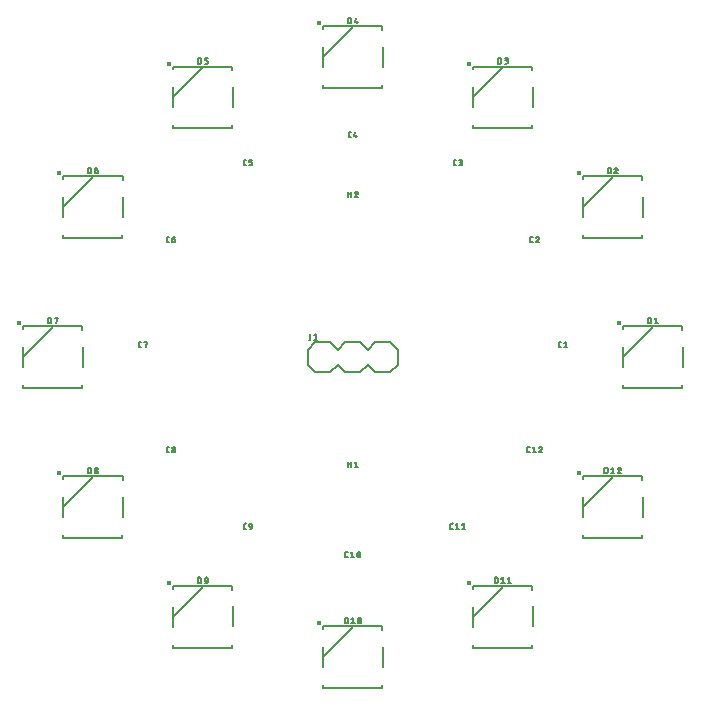
<source format=gbr>
G04 EAGLE Gerber RS-274X export*
G75*
%MOMM*%
%FSLAX34Y34*%
%LPD*%
%INSilkscreen Top*%
%IPPOS*%
%AMOC8*
5,1,8,0,0,1.08239X$1,22.5*%
G01*
%ADD10C,0.127000*%
%ADD11C,0.203200*%
%ADD12C,0.406400*%


D10*
X430304Y262255D02*
X429232Y262255D01*
X429167Y262257D01*
X429103Y262263D01*
X429039Y262273D01*
X428975Y262286D01*
X428913Y262304D01*
X428852Y262325D01*
X428792Y262349D01*
X428734Y262378D01*
X428677Y262410D01*
X428623Y262445D01*
X428571Y262483D01*
X428521Y262525D01*
X428474Y262569D01*
X428430Y262616D01*
X428388Y262666D01*
X428350Y262718D01*
X428315Y262772D01*
X428283Y262829D01*
X428254Y262887D01*
X428230Y262947D01*
X428209Y263008D01*
X428191Y263070D01*
X428178Y263134D01*
X428168Y263198D01*
X428162Y263262D01*
X428160Y263327D01*
X428159Y263327D02*
X428159Y266009D01*
X428160Y266009D02*
X428162Y266074D01*
X428168Y266138D01*
X428178Y266202D01*
X428191Y266266D01*
X428209Y266328D01*
X428230Y266389D01*
X428254Y266449D01*
X428283Y266507D01*
X428315Y266564D01*
X428350Y266618D01*
X428388Y266670D01*
X428430Y266720D01*
X428474Y266767D01*
X428521Y266811D01*
X428571Y266853D01*
X428623Y266891D01*
X428677Y266926D01*
X428734Y266958D01*
X428792Y266987D01*
X428852Y267011D01*
X428913Y267032D01*
X428975Y267050D01*
X429039Y267063D01*
X429103Y267073D01*
X429167Y267079D01*
X429232Y267081D01*
X430304Y267081D01*
X432760Y266009D02*
X434100Y267081D01*
X434100Y262255D01*
X432760Y262255D02*
X435441Y262255D01*
X249761Y84455D02*
X248688Y84455D01*
X248623Y84457D01*
X248559Y84463D01*
X248495Y84473D01*
X248431Y84486D01*
X248369Y84504D01*
X248308Y84525D01*
X248248Y84549D01*
X248190Y84578D01*
X248133Y84610D01*
X248079Y84645D01*
X248027Y84683D01*
X247977Y84725D01*
X247930Y84769D01*
X247886Y84816D01*
X247844Y84866D01*
X247806Y84918D01*
X247771Y84972D01*
X247739Y85029D01*
X247710Y85087D01*
X247686Y85147D01*
X247665Y85208D01*
X247647Y85270D01*
X247634Y85334D01*
X247624Y85398D01*
X247618Y85462D01*
X247616Y85527D01*
X247616Y88209D01*
X247618Y88274D01*
X247624Y88338D01*
X247634Y88402D01*
X247647Y88466D01*
X247665Y88528D01*
X247686Y88589D01*
X247710Y88649D01*
X247739Y88707D01*
X247771Y88764D01*
X247806Y88818D01*
X247844Y88870D01*
X247886Y88920D01*
X247930Y88967D01*
X247977Y89011D01*
X248027Y89053D01*
X248079Y89091D01*
X248133Y89126D01*
X248190Y89158D01*
X248248Y89187D01*
X248308Y89211D01*
X248369Y89232D01*
X248431Y89250D01*
X248495Y89263D01*
X248559Y89273D01*
X248623Y89279D01*
X248688Y89281D01*
X249761Y89281D01*
X252217Y88209D02*
X253557Y89281D01*
X253557Y84455D01*
X252217Y84455D02*
X254898Y84455D01*
X257703Y86868D02*
X257705Y86988D01*
X257710Y87108D01*
X257719Y87228D01*
X257732Y87348D01*
X257748Y87467D01*
X257768Y87586D01*
X257792Y87704D01*
X257819Y87821D01*
X257849Y87937D01*
X257883Y88052D01*
X257921Y88167D01*
X257962Y88280D01*
X258006Y88391D01*
X258054Y88502D01*
X258105Y88611D01*
X258106Y88611D02*
X258127Y88668D01*
X258153Y88724D01*
X258181Y88779D01*
X258213Y88831D01*
X258249Y88882D01*
X258287Y88930D01*
X258328Y88976D01*
X258372Y89019D01*
X258418Y89059D01*
X258467Y89096D01*
X258519Y89130D01*
X258572Y89161D01*
X258627Y89189D01*
X258683Y89213D01*
X258741Y89234D01*
X258800Y89251D01*
X258860Y89264D01*
X258921Y89273D01*
X258983Y89279D01*
X259044Y89281D01*
X259105Y89279D01*
X259167Y89273D01*
X259228Y89264D01*
X259288Y89251D01*
X259347Y89234D01*
X259405Y89213D01*
X259461Y89189D01*
X259516Y89161D01*
X259569Y89130D01*
X259621Y89096D01*
X259670Y89059D01*
X259716Y89019D01*
X259760Y88976D01*
X259801Y88930D01*
X259839Y88882D01*
X259875Y88831D01*
X259907Y88779D01*
X259935Y88724D01*
X259961Y88668D01*
X259982Y88611D01*
X260033Y88502D01*
X260081Y88391D01*
X260125Y88280D01*
X260166Y88167D01*
X260204Y88052D01*
X260238Y87937D01*
X260268Y87821D01*
X260295Y87704D01*
X260319Y87586D01*
X260339Y87467D01*
X260355Y87348D01*
X260368Y87228D01*
X260377Y87108D01*
X260382Y86988D01*
X260384Y86868D01*
X257703Y86868D02*
X257705Y86748D01*
X257710Y86628D01*
X257719Y86508D01*
X257732Y86388D01*
X257748Y86269D01*
X257768Y86150D01*
X257792Y86032D01*
X257819Y85915D01*
X257849Y85799D01*
X257883Y85684D01*
X257921Y85569D01*
X257962Y85456D01*
X258006Y85345D01*
X258054Y85234D01*
X258105Y85125D01*
X258106Y85125D02*
X258127Y85068D01*
X258153Y85012D01*
X258181Y84957D01*
X258213Y84905D01*
X258249Y84854D01*
X258287Y84806D01*
X258328Y84760D01*
X258372Y84717D01*
X258418Y84677D01*
X258467Y84640D01*
X258519Y84606D01*
X258572Y84575D01*
X258627Y84547D01*
X258683Y84523D01*
X258741Y84502D01*
X258800Y84485D01*
X258860Y84472D01*
X258921Y84463D01*
X258983Y84457D01*
X259044Y84455D01*
X259982Y85125D02*
X260033Y85234D01*
X260081Y85345D01*
X260125Y85456D01*
X260166Y85569D01*
X260204Y85684D01*
X260238Y85799D01*
X260268Y85915D01*
X260295Y86032D01*
X260319Y86150D01*
X260339Y86269D01*
X260355Y86388D01*
X260368Y86508D01*
X260377Y86628D01*
X260382Y86748D01*
X260384Y86868D01*
X259982Y85125D02*
X259961Y85068D01*
X259935Y85012D01*
X259907Y84957D01*
X259875Y84905D01*
X259839Y84854D01*
X259801Y84806D01*
X259760Y84760D01*
X259716Y84717D01*
X259669Y84677D01*
X259621Y84640D01*
X259569Y84606D01*
X259516Y84575D01*
X259461Y84547D01*
X259405Y84523D01*
X259347Y84502D01*
X259288Y84485D01*
X259228Y84472D01*
X259167Y84463D01*
X259105Y84457D01*
X259044Y84455D01*
X257971Y85527D02*
X260116Y88209D01*
X337588Y108276D02*
X338661Y108276D01*
X337588Y108276D02*
X337523Y108278D01*
X337459Y108284D01*
X337395Y108294D01*
X337331Y108307D01*
X337269Y108325D01*
X337208Y108346D01*
X337148Y108370D01*
X337090Y108399D01*
X337033Y108431D01*
X336979Y108466D01*
X336927Y108504D01*
X336877Y108546D01*
X336830Y108590D01*
X336786Y108637D01*
X336744Y108687D01*
X336706Y108739D01*
X336671Y108793D01*
X336639Y108850D01*
X336610Y108908D01*
X336586Y108968D01*
X336565Y109029D01*
X336547Y109091D01*
X336534Y109155D01*
X336524Y109219D01*
X336518Y109283D01*
X336516Y109348D01*
X336516Y112029D01*
X336518Y112094D01*
X336524Y112158D01*
X336534Y112222D01*
X336547Y112286D01*
X336565Y112348D01*
X336586Y112409D01*
X336610Y112469D01*
X336639Y112527D01*
X336671Y112584D01*
X336706Y112638D01*
X336744Y112690D01*
X336786Y112740D01*
X336830Y112787D01*
X336877Y112831D01*
X336927Y112873D01*
X336979Y112911D01*
X337033Y112946D01*
X337090Y112978D01*
X337148Y113007D01*
X337208Y113031D01*
X337269Y113052D01*
X337331Y113070D01*
X337395Y113083D01*
X337459Y113093D01*
X337523Y113099D01*
X337588Y113101D01*
X337588Y113102D02*
X338661Y113102D01*
X341117Y112029D02*
X342457Y113102D01*
X342457Y108276D01*
X341117Y108276D02*
X343798Y108276D01*
X346603Y112029D02*
X347943Y113102D01*
X347943Y108276D01*
X346603Y108276D02*
X349284Y108276D01*
X402668Y173355D02*
X403740Y173355D01*
X402668Y173355D02*
X402603Y173357D01*
X402539Y173363D01*
X402475Y173373D01*
X402411Y173386D01*
X402349Y173404D01*
X402288Y173425D01*
X402228Y173449D01*
X402170Y173478D01*
X402113Y173510D01*
X402059Y173545D01*
X402007Y173583D01*
X401957Y173625D01*
X401910Y173669D01*
X401866Y173716D01*
X401824Y173766D01*
X401786Y173818D01*
X401751Y173872D01*
X401719Y173929D01*
X401690Y173987D01*
X401666Y174047D01*
X401645Y174108D01*
X401627Y174170D01*
X401614Y174234D01*
X401604Y174298D01*
X401598Y174362D01*
X401596Y174427D01*
X401595Y174427D02*
X401595Y177109D01*
X401596Y177109D02*
X401598Y177174D01*
X401604Y177238D01*
X401614Y177302D01*
X401627Y177366D01*
X401645Y177428D01*
X401666Y177489D01*
X401690Y177549D01*
X401719Y177607D01*
X401751Y177664D01*
X401786Y177718D01*
X401824Y177770D01*
X401866Y177820D01*
X401910Y177867D01*
X401957Y177911D01*
X402007Y177953D01*
X402059Y177991D01*
X402113Y178026D01*
X402170Y178058D01*
X402228Y178087D01*
X402288Y178111D01*
X402349Y178132D01*
X402411Y178150D01*
X402475Y178163D01*
X402539Y178173D01*
X402603Y178179D01*
X402668Y178181D01*
X403740Y178181D01*
X406196Y177109D02*
X407536Y178181D01*
X407536Y173355D01*
X406196Y173355D02*
X408877Y173355D01*
X413157Y178181D02*
X413225Y178179D01*
X413292Y178173D01*
X413359Y178164D01*
X413426Y178151D01*
X413491Y178134D01*
X413556Y178113D01*
X413619Y178089D01*
X413681Y178061D01*
X413741Y178030D01*
X413799Y177996D01*
X413855Y177958D01*
X413910Y177918D01*
X413961Y177874D01*
X414010Y177827D01*
X414057Y177778D01*
X414101Y177727D01*
X414141Y177672D01*
X414179Y177616D01*
X414213Y177558D01*
X414244Y177498D01*
X414272Y177436D01*
X414296Y177373D01*
X414317Y177308D01*
X414334Y177243D01*
X414347Y177176D01*
X414356Y177109D01*
X414362Y177042D01*
X414364Y176974D01*
X413157Y178181D02*
X413079Y178179D01*
X413001Y178173D01*
X412924Y178163D01*
X412847Y178150D01*
X412771Y178132D01*
X412696Y178111D01*
X412622Y178086D01*
X412550Y178057D01*
X412479Y178025D01*
X412410Y177989D01*
X412342Y177950D01*
X412277Y177907D01*
X412214Y177861D01*
X412153Y177812D01*
X412095Y177760D01*
X412040Y177705D01*
X411987Y177648D01*
X411938Y177588D01*
X411891Y177525D01*
X411848Y177461D01*
X411808Y177394D01*
X411771Y177325D01*
X411738Y177254D01*
X411708Y177182D01*
X411682Y177109D01*
X413961Y176036D02*
X414010Y176085D01*
X414057Y176137D01*
X414100Y176192D01*
X414141Y176249D01*
X414179Y176308D01*
X414213Y176369D01*
X414244Y176432D01*
X414272Y176496D01*
X414296Y176562D01*
X414316Y176628D01*
X414333Y176696D01*
X414346Y176765D01*
X414355Y176834D01*
X414361Y176904D01*
X414363Y176974D01*
X413961Y176036D02*
X411682Y173355D01*
X414363Y173355D01*
X406483Y351155D02*
X405411Y351155D01*
X405346Y351157D01*
X405282Y351163D01*
X405218Y351173D01*
X405154Y351186D01*
X405092Y351204D01*
X405031Y351225D01*
X404971Y351249D01*
X404913Y351278D01*
X404856Y351310D01*
X404802Y351345D01*
X404750Y351383D01*
X404700Y351425D01*
X404653Y351469D01*
X404609Y351516D01*
X404567Y351566D01*
X404529Y351618D01*
X404494Y351672D01*
X404462Y351729D01*
X404433Y351787D01*
X404409Y351847D01*
X404388Y351908D01*
X404370Y351970D01*
X404357Y352034D01*
X404347Y352098D01*
X404341Y352162D01*
X404339Y352227D01*
X404338Y352227D02*
X404338Y354909D01*
X404339Y354909D02*
X404341Y354974D01*
X404347Y355038D01*
X404357Y355102D01*
X404370Y355166D01*
X404388Y355228D01*
X404409Y355289D01*
X404433Y355349D01*
X404462Y355407D01*
X404494Y355464D01*
X404529Y355518D01*
X404567Y355570D01*
X404609Y355620D01*
X404653Y355667D01*
X404700Y355711D01*
X404750Y355753D01*
X404802Y355791D01*
X404856Y355826D01*
X404913Y355858D01*
X404971Y355887D01*
X405031Y355911D01*
X405092Y355932D01*
X405154Y355950D01*
X405218Y355963D01*
X405282Y355973D01*
X405346Y355979D01*
X405411Y355981D01*
X406483Y355981D01*
X410414Y355981D02*
X410482Y355979D01*
X410549Y355973D01*
X410616Y355964D01*
X410683Y355951D01*
X410748Y355934D01*
X410813Y355913D01*
X410876Y355889D01*
X410938Y355861D01*
X410998Y355830D01*
X411056Y355796D01*
X411112Y355758D01*
X411167Y355718D01*
X411218Y355674D01*
X411267Y355627D01*
X411314Y355578D01*
X411358Y355527D01*
X411398Y355472D01*
X411436Y355416D01*
X411470Y355358D01*
X411501Y355298D01*
X411529Y355236D01*
X411553Y355173D01*
X411574Y355108D01*
X411591Y355043D01*
X411604Y354976D01*
X411613Y354909D01*
X411619Y354842D01*
X411621Y354774D01*
X410414Y355981D02*
X410336Y355979D01*
X410258Y355973D01*
X410181Y355963D01*
X410104Y355950D01*
X410028Y355932D01*
X409953Y355911D01*
X409879Y355886D01*
X409807Y355857D01*
X409736Y355825D01*
X409667Y355789D01*
X409599Y355750D01*
X409534Y355707D01*
X409471Y355661D01*
X409410Y355612D01*
X409352Y355560D01*
X409297Y355505D01*
X409244Y355448D01*
X409195Y355388D01*
X409148Y355325D01*
X409105Y355261D01*
X409065Y355194D01*
X409028Y355125D01*
X408995Y355054D01*
X408965Y354982D01*
X408939Y354909D01*
X411218Y353836D02*
X411267Y353885D01*
X411314Y353937D01*
X411357Y353992D01*
X411398Y354049D01*
X411436Y354108D01*
X411470Y354169D01*
X411501Y354232D01*
X411529Y354296D01*
X411553Y354362D01*
X411573Y354428D01*
X411590Y354496D01*
X411603Y354565D01*
X411612Y354634D01*
X411618Y354704D01*
X411620Y354774D01*
X411218Y353836D02*
X408939Y351155D01*
X411620Y351155D01*
X341404Y416234D02*
X340332Y416234D01*
X340332Y416235D02*
X340267Y416237D01*
X340203Y416243D01*
X340139Y416253D01*
X340075Y416266D01*
X340013Y416284D01*
X339952Y416305D01*
X339892Y416329D01*
X339834Y416358D01*
X339777Y416390D01*
X339723Y416425D01*
X339671Y416463D01*
X339621Y416505D01*
X339574Y416549D01*
X339530Y416596D01*
X339488Y416646D01*
X339450Y416698D01*
X339415Y416752D01*
X339383Y416809D01*
X339354Y416867D01*
X339330Y416927D01*
X339309Y416988D01*
X339291Y417050D01*
X339278Y417114D01*
X339268Y417178D01*
X339262Y417242D01*
X339260Y417307D01*
X339259Y417307D02*
X339259Y419988D01*
X339260Y419988D02*
X339262Y420053D01*
X339268Y420117D01*
X339278Y420181D01*
X339291Y420245D01*
X339309Y420307D01*
X339330Y420368D01*
X339354Y420428D01*
X339383Y420486D01*
X339415Y420543D01*
X339450Y420597D01*
X339488Y420649D01*
X339530Y420699D01*
X339574Y420746D01*
X339621Y420790D01*
X339671Y420832D01*
X339723Y420870D01*
X339777Y420905D01*
X339834Y420937D01*
X339892Y420966D01*
X339952Y420990D01*
X340013Y421011D01*
X340075Y421029D01*
X340139Y421042D01*
X340203Y421052D01*
X340267Y421058D01*
X340332Y421060D01*
X341404Y421060D01*
X343860Y416234D02*
X345200Y416234D01*
X345271Y416236D01*
X345343Y416242D01*
X345413Y416251D01*
X345483Y416264D01*
X345553Y416281D01*
X345621Y416302D01*
X345688Y416326D01*
X345754Y416354D01*
X345818Y416385D01*
X345881Y416420D01*
X345941Y416458D01*
X346000Y416499D01*
X346056Y416543D01*
X346110Y416590D01*
X346161Y416639D01*
X346209Y416692D01*
X346255Y416747D01*
X346297Y416804D01*
X346337Y416864D01*
X346373Y416925D01*
X346406Y416989D01*
X346435Y417054D01*
X346461Y417120D01*
X346484Y417188D01*
X346503Y417257D01*
X346518Y417327D01*
X346529Y417397D01*
X346537Y417468D01*
X346541Y417539D01*
X346541Y417611D01*
X346537Y417682D01*
X346529Y417753D01*
X346518Y417823D01*
X346503Y417893D01*
X346484Y417962D01*
X346461Y418030D01*
X346435Y418096D01*
X346406Y418161D01*
X346373Y418225D01*
X346337Y418286D01*
X346297Y418346D01*
X346255Y418403D01*
X346209Y418458D01*
X346161Y418511D01*
X346110Y418560D01*
X346056Y418607D01*
X346000Y418651D01*
X345941Y418692D01*
X345881Y418730D01*
X345818Y418765D01*
X345754Y418796D01*
X345688Y418824D01*
X345621Y418848D01*
X345553Y418869D01*
X345483Y418886D01*
X345413Y418899D01*
X345343Y418908D01*
X345271Y418914D01*
X345200Y418916D01*
X345468Y421060D02*
X343860Y421060D01*
X345468Y421060D02*
X345533Y421058D01*
X345597Y421052D01*
X345661Y421042D01*
X345725Y421029D01*
X345787Y421011D01*
X345848Y420990D01*
X345908Y420966D01*
X345966Y420937D01*
X346023Y420905D01*
X346077Y420870D01*
X346129Y420832D01*
X346179Y420790D01*
X346226Y420746D01*
X346270Y420699D01*
X346312Y420649D01*
X346350Y420597D01*
X346385Y420543D01*
X346417Y420486D01*
X346446Y420428D01*
X346470Y420368D01*
X346491Y420307D01*
X346509Y420245D01*
X346522Y420181D01*
X346532Y420117D01*
X346538Y420053D01*
X346540Y419988D01*
X346538Y419923D01*
X346532Y419859D01*
X346522Y419795D01*
X346509Y419731D01*
X346491Y419669D01*
X346470Y419608D01*
X346446Y419548D01*
X346417Y419490D01*
X346385Y419433D01*
X346350Y419379D01*
X346312Y419327D01*
X346270Y419277D01*
X346226Y419230D01*
X346179Y419186D01*
X346129Y419144D01*
X346077Y419106D01*
X346023Y419071D01*
X345966Y419039D01*
X345908Y419010D01*
X345848Y418986D01*
X345787Y418965D01*
X345725Y418947D01*
X345661Y418934D01*
X345597Y418924D01*
X345533Y418918D01*
X345468Y418916D01*
X345468Y418915D02*
X344396Y418915D01*
X252504Y440055D02*
X251432Y440055D01*
X251367Y440057D01*
X251303Y440063D01*
X251239Y440073D01*
X251175Y440086D01*
X251113Y440104D01*
X251052Y440125D01*
X250992Y440149D01*
X250934Y440178D01*
X250877Y440210D01*
X250823Y440245D01*
X250771Y440283D01*
X250721Y440325D01*
X250674Y440369D01*
X250630Y440416D01*
X250588Y440466D01*
X250550Y440518D01*
X250515Y440572D01*
X250483Y440629D01*
X250454Y440687D01*
X250430Y440747D01*
X250409Y440808D01*
X250391Y440870D01*
X250378Y440934D01*
X250368Y440998D01*
X250362Y441062D01*
X250360Y441127D01*
X250359Y441127D02*
X250359Y443809D01*
X250360Y443809D02*
X250362Y443874D01*
X250368Y443938D01*
X250378Y444002D01*
X250391Y444066D01*
X250409Y444128D01*
X250430Y444189D01*
X250454Y444249D01*
X250483Y444307D01*
X250515Y444364D01*
X250550Y444418D01*
X250588Y444470D01*
X250630Y444520D01*
X250674Y444567D01*
X250721Y444611D01*
X250771Y444653D01*
X250823Y444691D01*
X250877Y444726D01*
X250934Y444758D01*
X250992Y444787D01*
X251052Y444811D01*
X251113Y444832D01*
X251175Y444850D01*
X251239Y444863D01*
X251303Y444873D01*
X251367Y444879D01*
X251432Y444881D01*
X252504Y444881D01*
X256032Y444881D02*
X254960Y441127D01*
X257641Y441127D01*
X256837Y442200D02*
X256837Y440055D01*
X163604Y416234D02*
X162532Y416234D01*
X162532Y416235D02*
X162467Y416237D01*
X162403Y416243D01*
X162339Y416253D01*
X162275Y416266D01*
X162213Y416284D01*
X162152Y416305D01*
X162092Y416329D01*
X162034Y416358D01*
X161977Y416390D01*
X161923Y416425D01*
X161871Y416463D01*
X161821Y416505D01*
X161774Y416549D01*
X161730Y416596D01*
X161688Y416646D01*
X161650Y416698D01*
X161615Y416752D01*
X161583Y416809D01*
X161554Y416867D01*
X161530Y416927D01*
X161509Y416988D01*
X161491Y417050D01*
X161478Y417114D01*
X161468Y417178D01*
X161462Y417242D01*
X161460Y417307D01*
X161459Y417307D02*
X161459Y419988D01*
X161460Y419988D02*
X161462Y420053D01*
X161468Y420117D01*
X161478Y420181D01*
X161491Y420245D01*
X161509Y420307D01*
X161530Y420368D01*
X161554Y420428D01*
X161583Y420486D01*
X161615Y420543D01*
X161650Y420597D01*
X161688Y420649D01*
X161730Y420699D01*
X161774Y420746D01*
X161821Y420790D01*
X161871Y420832D01*
X161923Y420870D01*
X161977Y420905D01*
X162034Y420937D01*
X162092Y420966D01*
X162152Y420990D01*
X162213Y421011D01*
X162275Y421029D01*
X162339Y421042D01*
X162403Y421052D01*
X162467Y421058D01*
X162532Y421060D01*
X163604Y421060D01*
X166060Y416234D02*
X167668Y416234D01*
X167668Y416235D02*
X167733Y416237D01*
X167797Y416243D01*
X167861Y416253D01*
X167925Y416266D01*
X167987Y416284D01*
X168048Y416305D01*
X168108Y416329D01*
X168166Y416358D01*
X168223Y416390D01*
X168277Y416425D01*
X168329Y416463D01*
X168379Y416505D01*
X168426Y416549D01*
X168470Y416596D01*
X168512Y416646D01*
X168550Y416698D01*
X168585Y416752D01*
X168617Y416809D01*
X168646Y416867D01*
X168670Y416927D01*
X168691Y416988D01*
X168709Y417050D01*
X168722Y417114D01*
X168732Y417178D01*
X168738Y417242D01*
X168740Y417307D01*
X168741Y417307D02*
X168741Y417843D01*
X168740Y417843D02*
X168738Y417908D01*
X168732Y417972D01*
X168722Y418036D01*
X168709Y418100D01*
X168691Y418162D01*
X168670Y418223D01*
X168646Y418283D01*
X168617Y418341D01*
X168585Y418398D01*
X168550Y418452D01*
X168512Y418504D01*
X168470Y418554D01*
X168426Y418601D01*
X168379Y418645D01*
X168329Y418687D01*
X168277Y418725D01*
X168223Y418760D01*
X168166Y418792D01*
X168108Y418821D01*
X168048Y418845D01*
X167987Y418866D01*
X167925Y418884D01*
X167861Y418897D01*
X167797Y418907D01*
X167733Y418913D01*
X167668Y418915D01*
X166060Y418915D01*
X166060Y421060D01*
X168741Y421060D01*
X98525Y351155D02*
X97452Y351155D01*
X97387Y351157D01*
X97323Y351163D01*
X97259Y351173D01*
X97195Y351186D01*
X97133Y351204D01*
X97072Y351225D01*
X97012Y351249D01*
X96954Y351278D01*
X96897Y351310D01*
X96843Y351345D01*
X96791Y351383D01*
X96741Y351425D01*
X96694Y351469D01*
X96650Y351516D01*
X96608Y351566D01*
X96570Y351618D01*
X96535Y351672D01*
X96503Y351729D01*
X96474Y351787D01*
X96450Y351847D01*
X96429Y351908D01*
X96411Y351970D01*
X96398Y352034D01*
X96388Y352098D01*
X96382Y352162D01*
X96380Y352227D01*
X96380Y354909D01*
X96382Y354974D01*
X96388Y355038D01*
X96398Y355102D01*
X96411Y355166D01*
X96429Y355228D01*
X96450Y355289D01*
X96474Y355349D01*
X96503Y355407D01*
X96535Y355464D01*
X96570Y355518D01*
X96608Y355570D01*
X96650Y355620D01*
X96694Y355667D01*
X96741Y355711D01*
X96791Y355753D01*
X96843Y355791D01*
X96897Y355826D01*
X96954Y355858D01*
X97012Y355887D01*
X97072Y355911D01*
X97133Y355932D01*
X97195Y355950D01*
X97259Y355963D01*
X97323Y355973D01*
X97387Y355979D01*
X97452Y355981D01*
X98525Y355981D01*
X100980Y353836D02*
X102589Y353836D01*
X102654Y353834D01*
X102718Y353828D01*
X102782Y353818D01*
X102846Y353805D01*
X102908Y353787D01*
X102969Y353766D01*
X103029Y353742D01*
X103087Y353713D01*
X103144Y353681D01*
X103198Y353646D01*
X103250Y353608D01*
X103300Y353566D01*
X103347Y353522D01*
X103391Y353475D01*
X103433Y353425D01*
X103471Y353373D01*
X103506Y353319D01*
X103538Y353262D01*
X103567Y353204D01*
X103591Y353144D01*
X103612Y353083D01*
X103630Y353021D01*
X103643Y352957D01*
X103653Y352893D01*
X103659Y352829D01*
X103661Y352764D01*
X103662Y352764D02*
X103662Y352496D01*
X103660Y352425D01*
X103654Y352353D01*
X103645Y352283D01*
X103632Y352213D01*
X103615Y352143D01*
X103594Y352075D01*
X103570Y352008D01*
X103542Y351942D01*
X103511Y351878D01*
X103476Y351815D01*
X103438Y351755D01*
X103397Y351696D01*
X103353Y351640D01*
X103306Y351586D01*
X103257Y351535D01*
X103204Y351487D01*
X103149Y351441D01*
X103092Y351399D01*
X103032Y351359D01*
X102971Y351323D01*
X102907Y351290D01*
X102842Y351261D01*
X102776Y351235D01*
X102708Y351212D01*
X102639Y351193D01*
X102569Y351178D01*
X102499Y351167D01*
X102428Y351159D01*
X102357Y351155D01*
X102285Y351155D01*
X102214Y351159D01*
X102143Y351167D01*
X102073Y351178D01*
X102003Y351193D01*
X101934Y351212D01*
X101866Y351235D01*
X101800Y351261D01*
X101735Y351290D01*
X101671Y351323D01*
X101610Y351359D01*
X101550Y351399D01*
X101493Y351441D01*
X101438Y351487D01*
X101385Y351535D01*
X101336Y351586D01*
X101289Y351640D01*
X101245Y351696D01*
X101204Y351755D01*
X101166Y351815D01*
X101131Y351878D01*
X101100Y351942D01*
X101072Y352008D01*
X101048Y352075D01*
X101027Y352143D01*
X101010Y352213D01*
X100997Y352283D01*
X100988Y352353D01*
X100982Y352425D01*
X100980Y352496D01*
X100980Y353836D01*
X100982Y353927D01*
X100988Y354018D01*
X100997Y354108D01*
X101011Y354199D01*
X101028Y354288D01*
X101049Y354376D01*
X101074Y354464D01*
X101103Y354551D01*
X101135Y354636D01*
X101170Y354720D01*
X101210Y354802D01*
X101252Y354882D01*
X101298Y354961D01*
X101348Y355037D01*
X101400Y355111D01*
X101456Y355184D01*
X101515Y355253D01*
X101576Y355320D01*
X101641Y355385D01*
X101708Y355446D01*
X101777Y355505D01*
X101849Y355561D01*
X101924Y355613D01*
X102000Y355663D01*
X102079Y355709D01*
X102159Y355751D01*
X102241Y355791D01*
X102325Y355826D01*
X102410Y355858D01*
X102497Y355887D01*
X102584Y355912D01*
X102673Y355933D01*
X102762Y355950D01*
X102853Y355964D01*
X102943Y355973D01*
X103034Y355979D01*
X103125Y355981D01*
X74704Y262255D02*
X73632Y262255D01*
X73567Y262257D01*
X73503Y262263D01*
X73439Y262273D01*
X73375Y262286D01*
X73313Y262304D01*
X73252Y262325D01*
X73192Y262349D01*
X73134Y262378D01*
X73077Y262410D01*
X73023Y262445D01*
X72971Y262483D01*
X72921Y262525D01*
X72874Y262569D01*
X72830Y262616D01*
X72788Y262666D01*
X72750Y262718D01*
X72715Y262772D01*
X72683Y262829D01*
X72654Y262887D01*
X72630Y262947D01*
X72609Y263008D01*
X72591Y263070D01*
X72578Y263134D01*
X72568Y263198D01*
X72562Y263262D01*
X72560Y263327D01*
X72559Y263327D02*
X72559Y266009D01*
X72560Y266009D02*
X72562Y266074D01*
X72568Y266138D01*
X72578Y266202D01*
X72591Y266266D01*
X72609Y266328D01*
X72630Y266389D01*
X72654Y266449D01*
X72683Y266507D01*
X72715Y266564D01*
X72750Y266618D01*
X72788Y266670D01*
X72830Y266720D01*
X72874Y266767D01*
X72921Y266811D01*
X72971Y266853D01*
X73023Y266891D01*
X73077Y266926D01*
X73134Y266958D01*
X73192Y266987D01*
X73252Y267011D01*
X73313Y267032D01*
X73375Y267050D01*
X73439Y267063D01*
X73503Y267073D01*
X73567Y267079D01*
X73632Y267081D01*
X74704Y267081D01*
X77160Y267081D02*
X77160Y266545D01*
X77160Y267081D02*
X79841Y267081D01*
X78500Y262255D01*
X97452Y173355D02*
X98525Y173355D01*
X97452Y173355D02*
X97387Y173357D01*
X97323Y173363D01*
X97259Y173373D01*
X97195Y173386D01*
X97133Y173404D01*
X97072Y173425D01*
X97012Y173449D01*
X96954Y173478D01*
X96897Y173510D01*
X96843Y173545D01*
X96791Y173583D01*
X96741Y173625D01*
X96694Y173669D01*
X96650Y173716D01*
X96608Y173766D01*
X96570Y173818D01*
X96535Y173872D01*
X96503Y173929D01*
X96474Y173987D01*
X96450Y174047D01*
X96429Y174108D01*
X96411Y174170D01*
X96398Y174234D01*
X96388Y174298D01*
X96382Y174362D01*
X96380Y174427D01*
X96380Y177109D01*
X96382Y177174D01*
X96388Y177238D01*
X96398Y177302D01*
X96411Y177366D01*
X96429Y177428D01*
X96450Y177489D01*
X96474Y177549D01*
X96503Y177607D01*
X96535Y177664D01*
X96570Y177718D01*
X96608Y177770D01*
X96650Y177820D01*
X96694Y177867D01*
X96741Y177911D01*
X96791Y177953D01*
X96843Y177991D01*
X96897Y178026D01*
X96954Y178058D01*
X97012Y178087D01*
X97072Y178111D01*
X97133Y178132D01*
X97195Y178150D01*
X97259Y178163D01*
X97323Y178173D01*
X97387Y178179D01*
X97452Y178181D01*
X98525Y178181D01*
X100980Y174696D02*
X100982Y174767D01*
X100988Y174839D01*
X100997Y174909D01*
X101010Y174979D01*
X101027Y175049D01*
X101048Y175117D01*
X101072Y175184D01*
X101100Y175250D01*
X101131Y175314D01*
X101166Y175377D01*
X101204Y175437D01*
X101245Y175496D01*
X101289Y175552D01*
X101336Y175606D01*
X101385Y175657D01*
X101438Y175705D01*
X101493Y175751D01*
X101550Y175793D01*
X101610Y175833D01*
X101671Y175869D01*
X101735Y175902D01*
X101800Y175931D01*
X101866Y175957D01*
X101934Y175980D01*
X102003Y175999D01*
X102073Y176014D01*
X102143Y176025D01*
X102214Y176033D01*
X102285Y176037D01*
X102357Y176037D01*
X102428Y176033D01*
X102499Y176025D01*
X102569Y176014D01*
X102639Y175999D01*
X102708Y175980D01*
X102776Y175957D01*
X102842Y175931D01*
X102907Y175902D01*
X102971Y175869D01*
X103032Y175833D01*
X103092Y175793D01*
X103149Y175751D01*
X103204Y175705D01*
X103257Y175657D01*
X103306Y175606D01*
X103353Y175552D01*
X103397Y175496D01*
X103438Y175437D01*
X103476Y175377D01*
X103511Y175314D01*
X103542Y175250D01*
X103570Y175184D01*
X103594Y175117D01*
X103615Y175049D01*
X103632Y174979D01*
X103645Y174909D01*
X103654Y174839D01*
X103660Y174767D01*
X103662Y174696D01*
X103660Y174625D01*
X103654Y174553D01*
X103645Y174483D01*
X103632Y174413D01*
X103615Y174343D01*
X103594Y174275D01*
X103570Y174208D01*
X103542Y174142D01*
X103511Y174078D01*
X103476Y174015D01*
X103438Y173955D01*
X103397Y173896D01*
X103353Y173840D01*
X103306Y173786D01*
X103257Y173735D01*
X103204Y173687D01*
X103149Y173641D01*
X103092Y173599D01*
X103032Y173559D01*
X102971Y173523D01*
X102907Y173490D01*
X102842Y173461D01*
X102776Y173435D01*
X102708Y173412D01*
X102639Y173393D01*
X102569Y173378D01*
X102499Y173367D01*
X102428Y173359D01*
X102357Y173355D01*
X102285Y173355D01*
X102214Y173359D01*
X102143Y173367D01*
X102073Y173378D01*
X102003Y173393D01*
X101934Y173412D01*
X101866Y173435D01*
X101800Y173461D01*
X101735Y173490D01*
X101671Y173523D01*
X101610Y173559D01*
X101550Y173599D01*
X101493Y173641D01*
X101438Y173687D01*
X101385Y173735D01*
X101336Y173786D01*
X101289Y173840D01*
X101245Y173896D01*
X101204Y173955D01*
X101166Y174015D01*
X101131Y174078D01*
X101100Y174142D01*
X101072Y174208D01*
X101048Y174275D01*
X101027Y174343D01*
X101010Y174413D01*
X100997Y174483D01*
X100988Y174553D01*
X100982Y174625D01*
X100980Y174696D01*
X101249Y177109D02*
X101251Y177174D01*
X101257Y177238D01*
X101267Y177302D01*
X101280Y177366D01*
X101298Y177428D01*
X101319Y177489D01*
X101343Y177549D01*
X101372Y177607D01*
X101404Y177664D01*
X101439Y177718D01*
X101477Y177770D01*
X101519Y177820D01*
X101563Y177867D01*
X101610Y177911D01*
X101660Y177953D01*
X101712Y177991D01*
X101766Y178026D01*
X101823Y178058D01*
X101881Y178087D01*
X101941Y178111D01*
X102002Y178132D01*
X102064Y178150D01*
X102128Y178163D01*
X102192Y178173D01*
X102256Y178179D01*
X102321Y178181D01*
X102386Y178179D01*
X102450Y178173D01*
X102514Y178163D01*
X102578Y178150D01*
X102640Y178132D01*
X102701Y178111D01*
X102761Y178087D01*
X102819Y178058D01*
X102876Y178026D01*
X102930Y177991D01*
X102982Y177953D01*
X103032Y177911D01*
X103079Y177867D01*
X103123Y177820D01*
X103165Y177770D01*
X103203Y177718D01*
X103238Y177664D01*
X103270Y177607D01*
X103299Y177549D01*
X103323Y177489D01*
X103344Y177428D01*
X103362Y177366D01*
X103375Y177302D01*
X103385Y177238D01*
X103391Y177174D01*
X103393Y177109D01*
X103391Y177044D01*
X103385Y176980D01*
X103375Y176916D01*
X103362Y176852D01*
X103344Y176790D01*
X103323Y176729D01*
X103299Y176669D01*
X103270Y176611D01*
X103238Y176554D01*
X103203Y176500D01*
X103165Y176448D01*
X103123Y176398D01*
X103079Y176351D01*
X103032Y176307D01*
X102982Y176265D01*
X102930Y176227D01*
X102876Y176192D01*
X102819Y176160D01*
X102761Y176131D01*
X102701Y176107D01*
X102640Y176086D01*
X102578Y176068D01*
X102514Y176055D01*
X102450Y176045D01*
X102386Y176039D01*
X102321Y176037D01*
X102256Y176039D01*
X102192Y176045D01*
X102128Y176055D01*
X102064Y176068D01*
X102002Y176086D01*
X101941Y176107D01*
X101881Y176131D01*
X101823Y176160D01*
X101766Y176192D01*
X101712Y176227D01*
X101660Y176265D01*
X101610Y176307D01*
X101563Y176351D01*
X101519Y176398D01*
X101477Y176448D01*
X101439Y176500D01*
X101404Y176554D01*
X101372Y176611D01*
X101343Y176669D01*
X101319Y176729D01*
X101298Y176790D01*
X101280Y176852D01*
X101267Y176916D01*
X101257Y176980D01*
X101251Y177044D01*
X101249Y177109D01*
X162532Y108276D02*
X163604Y108276D01*
X162532Y108276D02*
X162467Y108278D01*
X162403Y108284D01*
X162339Y108294D01*
X162275Y108307D01*
X162213Y108325D01*
X162152Y108346D01*
X162092Y108370D01*
X162034Y108399D01*
X161977Y108431D01*
X161923Y108466D01*
X161871Y108504D01*
X161821Y108546D01*
X161774Y108590D01*
X161730Y108637D01*
X161688Y108687D01*
X161650Y108739D01*
X161615Y108793D01*
X161583Y108850D01*
X161554Y108908D01*
X161530Y108968D01*
X161509Y109029D01*
X161491Y109091D01*
X161478Y109155D01*
X161468Y109219D01*
X161462Y109283D01*
X161460Y109348D01*
X161459Y109348D02*
X161459Y112029D01*
X161460Y112029D02*
X161462Y112094D01*
X161468Y112158D01*
X161478Y112222D01*
X161491Y112286D01*
X161509Y112348D01*
X161530Y112409D01*
X161554Y112469D01*
X161583Y112527D01*
X161615Y112584D01*
X161650Y112638D01*
X161688Y112690D01*
X161730Y112740D01*
X161774Y112787D01*
X161821Y112831D01*
X161871Y112873D01*
X161923Y112911D01*
X161977Y112946D01*
X162034Y112978D01*
X162092Y113007D01*
X162152Y113031D01*
X162213Y113052D01*
X162275Y113070D01*
X162339Y113083D01*
X162403Y113093D01*
X162467Y113099D01*
X162532Y113101D01*
X162532Y113102D02*
X163604Y113102D01*
X167132Y110421D02*
X168741Y110421D01*
X167132Y110421D02*
X167067Y110423D01*
X167003Y110429D01*
X166939Y110439D01*
X166875Y110452D01*
X166813Y110470D01*
X166752Y110491D01*
X166692Y110515D01*
X166634Y110544D01*
X166577Y110576D01*
X166523Y110611D01*
X166471Y110649D01*
X166421Y110691D01*
X166374Y110735D01*
X166330Y110782D01*
X166288Y110832D01*
X166250Y110884D01*
X166215Y110938D01*
X166183Y110995D01*
X166154Y111053D01*
X166130Y111113D01*
X166109Y111174D01*
X166091Y111236D01*
X166078Y111300D01*
X166068Y111364D01*
X166062Y111428D01*
X166060Y111493D01*
X166060Y111761D01*
X166059Y111761D02*
X166061Y111832D01*
X166067Y111904D01*
X166076Y111974D01*
X166089Y112044D01*
X166106Y112114D01*
X166127Y112182D01*
X166151Y112249D01*
X166179Y112315D01*
X166210Y112379D01*
X166245Y112442D01*
X166283Y112502D01*
X166324Y112561D01*
X166368Y112617D01*
X166415Y112671D01*
X166464Y112722D01*
X166517Y112770D01*
X166572Y112816D01*
X166629Y112858D01*
X166689Y112898D01*
X166750Y112934D01*
X166814Y112967D01*
X166879Y112996D01*
X166945Y113022D01*
X167013Y113045D01*
X167082Y113064D01*
X167152Y113079D01*
X167222Y113090D01*
X167293Y113098D01*
X167364Y113102D01*
X167436Y113102D01*
X167507Y113098D01*
X167578Y113090D01*
X167648Y113079D01*
X167718Y113064D01*
X167787Y113045D01*
X167855Y113022D01*
X167921Y112996D01*
X167986Y112967D01*
X168050Y112934D01*
X168111Y112898D01*
X168171Y112858D01*
X168228Y112816D01*
X168283Y112770D01*
X168336Y112722D01*
X168385Y112671D01*
X168432Y112617D01*
X168476Y112561D01*
X168517Y112502D01*
X168555Y112442D01*
X168590Y112379D01*
X168621Y112315D01*
X168649Y112249D01*
X168673Y112182D01*
X168694Y112114D01*
X168711Y112044D01*
X168724Y111974D01*
X168733Y111904D01*
X168739Y111832D01*
X168741Y111761D01*
X168741Y110421D01*
X168739Y110330D01*
X168733Y110239D01*
X168724Y110149D01*
X168710Y110058D01*
X168693Y109969D01*
X168672Y109881D01*
X168647Y109793D01*
X168618Y109706D01*
X168586Y109621D01*
X168551Y109537D01*
X168511Y109455D01*
X168469Y109375D01*
X168423Y109296D01*
X168373Y109220D01*
X168321Y109146D01*
X168265Y109073D01*
X168206Y109004D01*
X168145Y108937D01*
X168080Y108872D01*
X168013Y108811D01*
X167944Y108752D01*
X167871Y108696D01*
X167797Y108644D01*
X167721Y108594D01*
X167642Y108548D01*
X167562Y108506D01*
X167480Y108466D01*
X167396Y108431D01*
X167311Y108399D01*
X167224Y108370D01*
X167136Y108345D01*
X167048Y108324D01*
X166959Y108307D01*
X166868Y108293D01*
X166778Y108284D01*
X166687Y108278D01*
X166596Y108276D01*
D11*
X532892Y227838D02*
X532892Y230378D01*
X532892Y227838D02*
X532384Y227838D01*
X532384Y227889D01*
X482879Y227889D01*
X482879Y230200D01*
X533095Y277190D02*
X533095Y279908D01*
X532587Y279908D01*
X532587Y279933D01*
X482905Y279933D01*
X482905Y277673D01*
X533400Y262890D02*
X533400Y245872D01*
X482600Y245364D02*
X482600Y254000D01*
X482600Y262636D01*
X482600Y254000D02*
X508000Y279400D01*
D12*
X479425Y282575D03*
D10*
X503825Y282575D02*
X503825Y287401D01*
X505165Y287401D01*
X505235Y287399D01*
X505305Y287394D01*
X505375Y287384D01*
X505444Y287372D01*
X505512Y287355D01*
X505579Y287335D01*
X505646Y287312D01*
X505710Y287285D01*
X505774Y287255D01*
X505836Y287221D01*
X505895Y287185D01*
X505953Y287145D01*
X506009Y287102D01*
X506062Y287057D01*
X506113Y287008D01*
X506162Y286957D01*
X506207Y286904D01*
X506250Y286848D01*
X506290Y286790D01*
X506326Y286731D01*
X506360Y286669D01*
X506390Y286605D01*
X506417Y286541D01*
X506440Y286474D01*
X506460Y286407D01*
X506477Y286339D01*
X506489Y286270D01*
X506499Y286200D01*
X506504Y286130D01*
X506506Y286060D01*
X506506Y283916D01*
X506504Y283846D01*
X506499Y283776D01*
X506489Y283706D01*
X506477Y283637D01*
X506460Y283569D01*
X506440Y283502D01*
X506417Y283435D01*
X506390Y283371D01*
X506360Y283307D01*
X506326Y283245D01*
X506290Y283186D01*
X506250Y283128D01*
X506207Y283072D01*
X506162Y283019D01*
X506113Y282968D01*
X506062Y282919D01*
X506009Y282874D01*
X505953Y282831D01*
X505895Y282791D01*
X505835Y282755D01*
X505774Y282721D01*
X505710Y282691D01*
X505646Y282664D01*
X505579Y282641D01*
X505512Y282621D01*
X505444Y282604D01*
X505375Y282592D01*
X505305Y282582D01*
X505235Y282577D01*
X505165Y282575D01*
X503825Y282575D01*
X509494Y286329D02*
X510835Y287401D01*
X510835Y282575D01*
X512175Y282575D02*
X509494Y282575D01*
D11*
X278892Y-23622D02*
X278892Y-26162D01*
X278384Y-26162D01*
X278384Y-26111D01*
X228879Y-26111D01*
X228879Y-23800D01*
X279095Y23190D02*
X279095Y25908D01*
X278587Y25908D01*
X278587Y25933D01*
X228905Y25933D01*
X228905Y23673D01*
X279400Y8890D02*
X279400Y-8128D01*
X228600Y-8636D02*
X228600Y0D01*
X228600Y8636D01*
X228600Y0D02*
X254000Y25400D01*
D12*
X225425Y28575D03*
D10*
X247082Y28575D02*
X247082Y33401D01*
X248422Y33401D01*
X248492Y33399D01*
X248562Y33394D01*
X248632Y33384D01*
X248701Y33372D01*
X248769Y33355D01*
X248836Y33335D01*
X248903Y33312D01*
X248967Y33285D01*
X249031Y33255D01*
X249093Y33221D01*
X249152Y33185D01*
X249210Y33145D01*
X249266Y33102D01*
X249319Y33057D01*
X249370Y33008D01*
X249419Y32957D01*
X249464Y32904D01*
X249507Y32848D01*
X249547Y32790D01*
X249583Y32731D01*
X249617Y32669D01*
X249647Y32605D01*
X249674Y32541D01*
X249697Y32474D01*
X249717Y32407D01*
X249734Y32339D01*
X249746Y32270D01*
X249756Y32200D01*
X249761Y32130D01*
X249763Y32060D01*
X249763Y29916D01*
X249761Y29846D01*
X249756Y29776D01*
X249746Y29706D01*
X249734Y29637D01*
X249717Y29569D01*
X249697Y29502D01*
X249674Y29435D01*
X249647Y29371D01*
X249617Y29307D01*
X249583Y29245D01*
X249547Y29186D01*
X249507Y29128D01*
X249464Y29072D01*
X249419Y29019D01*
X249370Y28968D01*
X249319Y28919D01*
X249266Y28874D01*
X249210Y28831D01*
X249152Y28791D01*
X249092Y28755D01*
X249031Y28721D01*
X248967Y28691D01*
X248903Y28664D01*
X248836Y28641D01*
X248769Y28621D01*
X248701Y28604D01*
X248632Y28592D01*
X248562Y28582D01*
X248492Y28577D01*
X248422Y28575D01*
X247082Y28575D01*
X252751Y32329D02*
X254091Y33401D01*
X254091Y28575D01*
X252751Y28575D02*
X255432Y28575D01*
X258237Y30988D02*
X258239Y31108D01*
X258244Y31228D01*
X258253Y31348D01*
X258266Y31468D01*
X258282Y31587D01*
X258302Y31706D01*
X258326Y31824D01*
X258353Y31941D01*
X258383Y32057D01*
X258417Y32172D01*
X258455Y32287D01*
X258496Y32400D01*
X258540Y32511D01*
X258588Y32622D01*
X258639Y32731D01*
X258640Y32731D02*
X258661Y32788D01*
X258687Y32844D01*
X258715Y32899D01*
X258747Y32951D01*
X258783Y33002D01*
X258821Y33050D01*
X258862Y33096D01*
X258906Y33139D01*
X258952Y33179D01*
X259001Y33216D01*
X259053Y33250D01*
X259106Y33281D01*
X259161Y33309D01*
X259217Y33333D01*
X259275Y33354D01*
X259334Y33371D01*
X259394Y33384D01*
X259455Y33393D01*
X259517Y33399D01*
X259578Y33401D01*
X259639Y33399D01*
X259701Y33393D01*
X259762Y33384D01*
X259822Y33371D01*
X259881Y33354D01*
X259939Y33333D01*
X259995Y33309D01*
X260050Y33281D01*
X260103Y33250D01*
X260155Y33216D01*
X260204Y33179D01*
X260250Y33139D01*
X260294Y33096D01*
X260335Y33050D01*
X260373Y33002D01*
X260409Y32951D01*
X260441Y32899D01*
X260469Y32844D01*
X260495Y32788D01*
X260516Y32731D01*
X260567Y32622D01*
X260615Y32511D01*
X260659Y32400D01*
X260700Y32287D01*
X260738Y32172D01*
X260772Y32057D01*
X260802Y31941D01*
X260829Y31824D01*
X260853Y31706D01*
X260873Y31587D01*
X260889Y31468D01*
X260902Y31348D01*
X260911Y31228D01*
X260916Y31108D01*
X260918Y30988D01*
X258237Y30988D02*
X258239Y30868D01*
X258244Y30748D01*
X258253Y30628D01*
X258266Y30508D01*
X258282Y30389D01*
X258302Y30270D01*
X258326Y30152D01*
X258353Y30035D01*
X258383Y29919D01*
X258417Y29804D01*
X258455Y29689D01*
X258496Y29576D01*
X258540Y29465D01*
X258588Y29354D01*
X258639Y29245D01*
X258640Y29245D02*
X258661Y29188D01*
X258687Y29132D01*
X258715Y29077D01*
X258747Y29025D01*
X258783Y28974D01*
X258821Y28926D01*
X258862Y28880D01*
X258906Y28837D01*
X258952Y28797D01*
X259001Y28760D01*
X259053Y28726D01*
X259106Y28695D01*
X259161Y28667D01*
X259217Y28643D01*
X259275Y28622D01*
X259334Y28605D01*
X259394Y28592D01*
X259455Y28583D01*
X259517Y28577D01*
X259578Y28575D01*
X260516Y29245D02*
X260567Y29354D01*
X260615Y29465D01*
X260659Y29576D01*
X260700Y29689D01*
X260738Y29804D01*
X260772Y29919D01*
X260802Y30035D01*
X260829Y30152D01*
X260853Y30270D01*
X260873Y30389D01*
X260889Y30508D01*
X260902Y30628D01*
X260911Y30748D01*
X260916Y30868D01*
X260918Y30988D01*
X260516Y29245D02*
X260495Y29188D01*
X260469Y29132D01*
X260441Y29077D01*
X260409Y29025D01*
X260373Y28974D01*
X260335Y28926D01*
X260294Y28880D01*
X260250Y28837D01*
X260203Y28797D01*
X260155Y28760D01*
X260103Y28726D01*
X260050Y28695D01*
X259995Y28667D01*
X259939Y28643D01*
X259881Y28622D01*
X259822Y28605D01*
X259762Y28592D01*
X259701Y28583D01*
X259639Y28577D01*
X259578Y28575D01*
X258505Y29647D02*
X260650Y32329D01*
D11*
X405892Y10408D02*
X405892Y7868D01*
X405384Y7868D01*
X405384Y7918D01*
X355879Y7918D01*
X355879Y10230D01*
X406095Y57220D02*
X406095Y59938D01*
X405587Y59938D01*
X405587Y59963D01*
X355905Y59963D01*
X355905Y57702D01*
X406400Y42920D02*
X406400Y25902D01*
X355600Y25394D02*
X355600Y34030D01*
X355600Y42666D01*
X355600Y34030D02*
X381000Y59430D01*
D12*
X352425Y62605D03*
D10*
X374082Y62605D02*
X374082Y67431D01*
X375422Y67431D01*
X375492Y67429D01*
X375562Y67424D01*
X375632Y67414D01*
X375701Y67402D01*
X375769Y67385D01*
X375836Y67365D01*
X375903Y67342D01*
X375967Y67315D01*
X376031Y67285D01*
X376093Y67251D01*
X376152Y67215D01*
X376210Y67175D01*
X376266Y67132D01*
X376319Y67087D01*
X376370Y67038D01*
X376419Y66987D01*
X376464Y66934D01*
X376507Y66878D01*
X376547Y66820D01*
X376583Y66761D01*
X376617Y66699D01*
X376647Y66635D01*
X376674Y66571D01*
X376697Y66504D01*
X376717Y66437D01*
X376734Y66369D01*
X376746Y66300D01*
X376756Y66230D01*
X376761Y66160D01*
X376763Y66090D01*
X376763Y63945D01*
X376761Y63875D01*
X376756Y63805D01*
X376746Y63735D01*
X376734Y63666D01*
X376717Y63598D01*
X376697Y63531D01*
X376674Y63464D01*
X376647Y63400D01*
X376617Y63336D01*
X376583Y63274D01*
X376547Y63215D01*
X376507Y63157D01*
X376464Y63101D01*
X376419Y63048D01*
X376370Y62997D01*
X376319Y62948D01*
X376266Y62903D01*
X376210Y62860D01*
X376152Y62820D01*
X376092Y62784D01*
X376031Y62750D01*
X375967Y62720D01*
X375903Y62693D01*
X375836Y62670D01*
X375769Y62650D01*
X375701Y62633D01*
X375632Y62621D01*
X375562Y62611D01*
X375492Y62606D01*
X375422Y62604D01*
X375422Y62605D02*
X374082Y62605D01*
X379751Y66358D02*
X381091Y67431D01*
X381091Y62605D01*
X379751Y62605D02*
X382432Y62605D01*
X385237Y66358D02*
X386578Y67431D01*
X386578Y62605D01*
X387918Y62605D02*
X385237Y62605D01*
D11*
X498862Y100838D02*
X498862Y103378D01*
X498862Y100838D02*
X498354Y100838D01*
X498354Y100889D01*
X448850Y100889D01*
X448850Y103200D01*
X499066Y150190D02*
X499066Y152908D01*
X498558Y152908D01*
X498558Y152933D01*
X448875Y152933D01*
X448875Y150673D01*
X499370Y135890D02*
X499370Y118872D01*
X448570Y118364D02*
X448570Y127000D01*
X448570Y135636D01*
X448570Y127000D02*
X473970Y152400D01*
D12*
X445395Y155575D03*
D10*
X467052Y155575D02*
X467052Y160401D01*
X468393Y160401D01*
X468463Y160399D01*
X468533Y160394D01*
X468603Y160384D01*
X468672Y160372D01*
X468740Y160355D01*
X468807Y160335D01*
X468874Y160312D01*
X468938Y160285D01*
X469002Y160255D01*
X469064Y160221D01*
X469123Y160185D01*
X469181Y160145D01*
X469237Y160102D01*
X469290Y160057D01*
X469341Y160008D01*
X469390Y159957D01*
X469435Y159904D01*
X469478Y159848D01*
X469518Y159790D01*
X469554Y159731D01*
X469588Y159669D01*
X469618Y159605D01*
X469645Y159541D01*
X469668Y159474D01*
X469688Y159407D01*
X469705Y159339D01*
X469717Y159270D01*
X469727Y159200D01*
X469732Y159130D01*
X469734Y159060D01*
X469733Y159060D02*
X469733Y156916D01*
X469734Y156916D02*
X469732Y156846D01*
X469727Y156776D01*
X469717Y156706D01*
X469705Y156637D01*
X469688Y156569D01*
X469668Y156502D01*
X469645Y156435D01*
X469618Y156371D01*
X469588Y156307D01*
X469554Y156245D01*
X469518Y156186D01*
X469478Y156128D01*
X469435Y156072D01*
X469390Y156019D01*
X469341Y155968D01*
X469290Y155919D01*
X469237Y155874D01*
X469181Y155831D01*
X469123Y155791D01*
X469063Y155755D01*
X469002Y155721D01*
X468938Y155691D01*
X468874Y155664D01*
X468807Y155641D01*
X468740Y155621D01*
X468672Y155604D01*
X468603Y155592D01*
X468533Y155582D01*
X468463Y155577D01*
X468393Y155575D01*
X467052Y155575D01*
X472721Y159329D02*
X474062Y160401D01*
X474062Y155575D01*
X475402Y155575D02*
X472721Y155575D01*
X479682Y160401D02*
X479750Y160399D01*
X479817Y160393D01*
X479884Y160384D01*
X479951Y160371D01*
X480016Y160354D01*
X480081Y160333D01*
X480144Y160309D01*
X480206Y160281D01*
X480266Y160250D01*
X480324Y160216D01*
X480380Y160178D01*
X480435Y160138D01*
X480486Y160094D01*
X480535Y160047D01*
X480582Y159998D01*
X480626Y159947D01*
X480666Y159892D01*
X480704Y159836D01*
X480738Y159778D01*
X480769Y159718D01*
X480797Y159656D01*
X480821Y159593D01*
X480842Y159528D01*
X480859Y159463D01*
X480872Y159396D01*
X480881Y159329D01*
X480887Y159262D01*
X480889Y159194D01*
X479682Y160401D02*
X479604Y160399D01*
X479526Y160393D01*
X479449Y160383D01*
X479372Y160370D01*
X479296Y160352D01*
X479221Y160331D01*
X479147Y160306D01*
X479075Y160277D01*
X479004Y160245D01*
X478935Y160209D01*
X478867Y160170D01*
X478802Y160127D01*
X478739Y160081D01*
X478678Y160032D01*
X478620Y159980D01*
X478565Y159925D01*
X478512Y159868D01*
X478463Y159808D01*
X478416Y159745D01*
X478373Y159681D01*
X478333Y159614D01*
X478296Y159545D01*
X478263Y159474D01*
X478233Y159402D01*
X478207Y159329D01*
X480487Y158256D02*
X480536Y158305D01*
X480583Y158357D01*
X480626Y158412D01*
X480667Y158469D01*
X480705Y158528D01*
X480739Y158589D01*
X480770Y158652D01*
X480798Y158716D01*
X480822Y158782D01*
X480842Y158848D01*
X480859Y158916D01*
X480872Y158985D01*
X480881Y159054D01*
X480887Y159124D01*
X480889Y159194D01*
X480487Y158256D02*
X478208Y155575D01*
X480889Y155575D01*
D11*
X498862Y354838D02*
X498862Y357378D01*
X498862Y354838D02*
X498354Y354838D01*
X498354Y354889D01*
X448850Y354889D01*
X448850Y357200D01*
X499066Y404190D02*
X499066Y406908D01*
X498558Y406908D01*
X498558Y406933D01*
X448875Y406933D01*
X448875Y404673D01*
X499370Y389890D02*
X499370Y372872D01*
X448570Y372364D02*
X448570Y381000D01*
X448570Y389636D01*
X448570Y381000D02*
X473970Y406400D01*
D12*
X445395Y409575D03*
D10*
X469795Y409575D02*
X469795Y414401D01*
X471136Y414401D01*
X471206Y414399D01*
X471276Y414394D01*
X471346Y414384D01*
X471415Y414372D01*
X471483Y414355D01*
X471550Y414335D01*
X471617Y414312D01*
X471681Y414285D01*
X471745Y414255D01*
X471807Y414221D01*
X471866Y414185D01*
X471924Y414145D01*
X471980Y414102D01*
X472033Y414057D01*
X472084Y414008D01*
X472133Y413957D01*
X472178Y413904D01*
X472221Y413848D01*
X472261Y413790D01*
X472297Y413731D01*
X472331Y413669D01*
X472361Y413605D01*
X472388Y413541D01*
X472411Y413474D01*
X472431Y413407D01*
X472448Y413339D01*
X472460Y413270D01*
X472470Y413200D01*
X472475Y413130D01*
X472477Y413060D01*
X472476Y413060D02*
X472476Y410916D01*
X472477Y410916D02*
X472475Y410846D01*
X472470Y410776D01*
X472460Y410706D01*
X472448Y410637D01*
X472431Y410569D01*
X472411Y410502D01*
X472388Y410435D01*
X472361Y410371D01*
X472331Y410307D01*
X472297Y410245D01*
X472261Y410186D01*
X472221Y410128D01*
X472178Y410072D01*
X472133Y410019D01*
X472084Y409968D01*
X472033Y409919D01*
X471980Y409874D01*
X471924Y409831D01*
X471866Y409791D01*
X471806Y409755D01*
X471745Y409721D01*
X471681Y409691D01*
X471617Y409664D01*
X471550Y409641D01*
X471483Y409621D01*
X471415Y409604D01*
X471346Y409592D01*
X471276Y409582D01*
X471206Y409577D01*
X471136Y409575D01*
X469795Y409575D01*
X476939Y414401D02*
X477007Y414399D01*
X477074Y414393D01*
X477141Y414384D01*
X477208Y414371D01*
X477273Y414354D01*
X477338Y414333D01*
X477401Y414309D01*
X477463Y414281D01*
X477523Y414250D01*
X477581Y414216D01*
X477637Y414178D01*
X477692Y414138D01*
X477743Y414094D01*
X477792Y414047D01*
X477839Y413998D01*
X477883Y413947D01*
X477923Y413892D01*
X477961Y413836D01*
X477995Y413778D01*
X478026Y413718D01*
X478054Y413656D01*
X478078Y413593D01*
X478099Y413528D01*
X478116Y413463D01*
X478129Y413396D01*
X478138Y413329D01*
X478144Y413262D01*
X478146Y413194D01*
X476939Y414401D02*
X476861Y414399D01*
X476783Y414393D01*
X476706Y414383D01*
X476629Y414370D01*
X476553Y414352D01*
X476478Y414331D01*
X476404Y414306D01*
X476332Y414277D01*
X476261Y414245D01*
X476192Y414209D01*
X476124Y414170D01*
X476059Y414127D01*
X475996Y414081D01*
X475935Y414032D01*
X475877Y413980D01*
X475822Y413925D01*
X475769Y413868D01*
X475720Y413808D01*
X475673Y413745D01*
X475630Y413681D01*
X475590Y413614D01*
X475553Y413545D01*
X475520Y413474D01*
X475490Y413402D01*
X475464Y413329D01*
X477744Y412256D02*
X477793Y412305D01*
X477840Y412357D01*
X477883Y412412D01*
X477924Y412469D01*
X477962Y412528D01*
X477996Y412589D01*
X478027Y412652D01*
X478055Y412716D01*
X478079Y412782D01*
X478099Y412848D01*
X478116Y412916D01*
X478129Y412985D01*
X478138Y413054D01*
X478144Y413124D01*
X478146Y413194D01*
X477743Y412256D02*
X475465Y409575D01*
X478146Y409575D01*
D11*
X405892Y447808D02*
X405892Y450348D01*
X405892Y447808D02*
X405384Y447808D01*
X405384Y447859D01*
X355879Y447859D01*
X355879Y450171D01*
X406095Y497161D02*
X406095Y499878D01*
X405587Y499878D01*
X405587Y499904D01*
X355905Y499904D01*
X355905Y497643D01*
X406400Y482860D02*
X406400Y465842D01*
X355600Y465334D02*
X355600Y473970D01*
X355600Y482606D01*
X355600Y473970D02*
X381000Y499370D01*
D12*
X352425Y502545D03*
D10*
X376825Y502545D02*
X376825Y507371D01*
X378165Y507371D01*
X378165Y507372D02*
X378235Y507370D01*
X378305Y507365D01*
X378375Y507355D01*
X378444Y507343D01*
X378512Y507326D01*
X378579Y507306D01*
X378646Y507283D01*
X378710Y507256D01*
X378774Y507226D01*
X378836Y507192D01*
X378895Y507156D01*
X378953Y507116D01*
X379009Y507073D01*
X379062Y507028D01*
X379113Y506979D01*
X379162Y506928D01*
X379207Y506875D01*
X379250Y506819D01*
X379290Y506761D01*
X379326Y506702D01*
X379360Y506640D01*
X379390Y506576D01*
X379417Y506512D01*
X379440Y506445D01*
X379460Y506378D01*
X379477Y506310D01*
X379489Y506241D01*
X379499Y506171D01*
X379504Y506101D01*
X379506Y506031D01*
X379506Y503886D01*
X379504Y503816D01*
X379499Y503746D01*
X379489Y503676D01*
X379477Y503607D01*
X379460Y503539D01*
X379440Y503472D01*
X379417Y503405D01*
X379390Y503341D01*
X379360Y503277D01*
X379326Y503215D01*
X379290Y503156D01*
X379250Y503098D01*
X379207Y503042D01*
X379162Y502989D01*
X379113Y502938D01*
X379062Y502889D01*
X379009Y502844D01*
X378953Y502801D01*
X378895Y502761D01*
X378835Y502725D01*
X378774Y502691D01*
X378710Y502661D01*
X378646Y502634D01*
X378579Y502611D01*
X378512Y502591D01*
X378444Y502574D01*
X378375Y502562D01*
X378305Y502552D01*
X378235Y502547D01*
X378165Y502545D01*
X376825Y502545D01*
X382494Y502545D02*
X383835Y502545D01*
X383906Y502547D01*
X383978Y502553D01*
X384048Y502562D01*
X384118Y502575D01*
X384188Y502592D01*
X384256Y502613D01*
X384323Y502637D01*
X384389Y502665D01*
X384453Y502696D01*
X384516Y502731D01*
X384576Y502769D01*
X384635Y502810D01*
X384691Y502854D01*
X384745Y502901D01*
X384796Y502950D01*
X384844Y503003D01*
X384890Y503058D01*
X384932Y503115D01*
X384972Y503175D01*
X385008Y503236D01*
X385041Y503300D01*
X385070Y503365D01*
X385096Y503431D01*
X385119Y503499D01*
X385138Y503568D01*
X385153Y503638D01*
X385164Y503708D01*
X385172Y503779D01*
X385176Y503850D01*
X385176Y503922D01*
X385172Y503993D01*
X385164Y504064D01*
X385153Y504134D01*
X385138Y504204D01*
X385119Y504273D01*
X385096Y504341D01*
X385070Y504407D01*
X385041Y504472D01*
X385008Y504536D01*
X384972Y504597D01*
X384932Y504657D01*
X384890Y504714D01*
X384844Y504769D01*
X384796Y504822D01*
X384745Y504871D01*
X384691Y504918D01*
X384635Y504962D01*
X384576Y505003D01*
X384516Y505041D01*
X384453Y505076D01*
X384389Y505107D01*
X384323Y505135D01*
X384256Y505159D01*
X384188Y505180D01*
X384118Y505197D01*
X384048Y505210D01*
X383978Y505219D01*
X383906Y505225D01*
X383835Y505227D01*
X384103Y507371D02*
X382494Y507371D01*
X384103Y507371D02*
X384168Y507369D01*
X384232Y507363D01*
X384296Y507353D01*
X384360Y507340D01*
X384422Y507322D01*
X384483Y507301D01*
X384543Y507277D01*
X384601Y507248D01*
X384658Y507216D01*
X384712Y507181D01*
X384764Y507143D01*
X384814Y507101D01*
X384861Y507057D01*
X384905Y507010D01*
X384947Y506960D01*
X384985Y506908D01*
X385020Y506854D01*
X385052Y506797D01*
X385081Y506739D01*
X385105Y506679D01*
X385126Y506618D01*
X385144Y506556D01*
X385157Y506492D01*
X385167Y506428D01*
X385173Y506364D01*
X385175Y506299D01*
X385173Y506234D01*
X385167Y506170D01*
X385157Y506106D01*
X385144Y506042D01*
X385126Y505980D01*
X385105Y505919D01*
X385081Y505859D01*
X385052Y505801D01*
X385020Y505744D01*
X384985Y505690D01*
X384947Y505638D01*
X384905Y505588D01*
X384861Y505541D01*
X384814Y505497D01*
X384764Y505455D01*
X384712Y505417D01*
X384658Y505382D01*
X384601Y505350D01*
X384543Y505321D01*
X384483Y505297D01*
X384422Y505276D01*
X384360Y505258D01*
X384296Y505245D01*
X384232Y505235D01*
X384168Y505229D01*
X384103Y505227D01*
X383030Y505227D01*
D11*
X278892Y484378D02*
X278892Y481838D01*
X278384Y481838D01*
X278384Y481889D01*
X228879Y481889D01*
X228879Y484200D01*
X279095Y531190D02*
X279095Y533908D01*
X278587Y533908D01*
X278587Y533933D01*
X228905Y533933D01*
X228905Y531673D01*
X279400Y516890D02*
X279400Y499872D01*
X228600Y499364D02*
X228600Y508000D01*
X228600Y516636D01*
X228600Y508000D02*
X254000Y533400D01*
D12*
X225425Y536575D03*
D10*
X249825Y536575D02*
X249825Y541401D01*
X251165Y541401D01*
X251235Y541399D01*
X251305Y541394D01*
X251375Y541384D01*
X251444Y541372D01*
X251512Y541355D01*
X251579Y541335D01*
X251646Y541312D01*
X251710Y541285D01*
X251774Y541255D01*
X251836Y541221D01*
X251895Y541185D01*
X251953Y541145D01*
X252009Y541102D01*
X252062Y541057D01*
X252113Y541008D01*
X252162Y540957D01*
X252207Y540904D01*
X252250Y540848D01*
X252290Y540790D01*
X252326Y540731D01*
X252360Y540669D01*
X252390Y540605D01*
X252417Y540541D01*
X252440Y540474D01*
X252460Y540407D01*
X252477Y540339D01*
X252489Y540270D01*
X252499Y540200D01*
X252504Y540130D01*
X252506Y540060D01*
X252506Y537916D01*
X252504Y537846D01*
X252499Y537776D01*
X252489Y537706D01*
X252477Y537637D01*
X252460Y537569D01*
X252440Y537502D01*
X252417Y537435D01*
X252390Y537371D01*
X252360Y537307D01*
X252326Y537245D01*
X252290Y537186D01*
X252250Y537128D01*
X252207Y537072D01*
X252162Y537019D01*
X252113Y536968D01*
X252062Y536919D01*
X252009Y536874D01*
X251953Y536831D01*
X251895Y536791D01*
X251835Y536755D01*
X251774Y536721D01*
X251710Y536691D01*
X251646Y536664D01*
X251579Y536641D01*
X251512Y536621D01*
X251444Y536604D01*
X251375Y536592D01*
X251305Y536582D01*
X251235Y536577D01*
X251165Y536575D01*
X249825Y536575D01*
X255494Y537647D02*
X256567Y541401D01*
X255494Y537647D02*
X258175Y537647D01*
X257371Y538720D02*
X257371Y536575D01*
D11*
X151892Y450348D02*
X151892Y447808D01*
X151384Y447808D01*
X151384Y447859D01*
X101879Y447859D01*
X101879Y450171D01*
X152095Y497161D02*
X152095Y499878D01*
X151587Y499878D01*
X151587Y499904D01*
X101905Y499904D01*
X101905Y497643D01*
X152400Y482860D02*
X152400Y465842D01*
X101600Y465334D02*
X101600Y473970D01*
X101600Y482606D01*
X101600Y473970D02*
X127000Y499370D01*
D12*
X98425Y502545D03*
D10*
X122825Y502545D02*
X122825Y507371D01*
X124165Y507371D01*
X124165Y507372D02*
X124235Y507370D01*
X124305Y507365D01*
X124375Y507355D01*
X124444Y507343D01*
X124512Y507326D01*
X124579Y507306D01*
X124646Y507283D01*
X124710Y507256D01*
X124774Y507226D01*
X124836Y507192D01*
X124895Y507156D01*
X124953Y507116D01*
X125009Y507073D01*
X125062Y507028D01*
X125113Y506979D01*
X125162Y506928D01*
X125207Y506875D01*
X125250Y506819D01*
X125290Y506761D01*
X125326Y506702D01*
X125360Y506640D01*
X125390Y506576D01*
X125417Y506512D01*
X125440Y506445D01*
X125460Y506378D01*
X125477Y506310D01*
X125489Y506241D01*
X125499Y506171D01*
X125504Y506101D01*
X125506Y506031D01*
X125506Y503886D01*
X125504Y503816D01*
X125499Y503746D01*
X125489Y503676D01*
X125477Y503607D01*
X125460Y503539D01*
X125440Y503472D01*
X125417Y503405D01*
X125390Y503341D01*
X125360Y503277D01*
X125326Y503215D01*
X125290Y503156D01*
X125250Y503098D01*
X125207Y503042D01*
X125162Y502989D01*
X125113Y502938D01*
X125062Y502889D01*
X125009Y502844D01*
X124953Y502801D01*
X124895Y502761D01*
X124835Y502725D01*
X124774Y502691D01*
X124710Y502661D01*
X124646Y502634D01*
X124579Y502611D01*
X124512Y502591D01*
X124444Y502574D01*
X124375Y502562D01*
X124305Y502552D01*
X124235Y502547D01*
X124165Y502545D01*
X122825Y502545D01*
X128494Y502545D02*
X130103Y502545D01*
X130103Y502546D02*
X130168Y502548D01*
X130232Y502554D01*
X130296Y502564D01*
X130360Y502577D01*
X130422Y502595D01*
X130483Y502616D01*
X130543Y502640D01*
X130601Y502669D01*
X130658Y502701D01*
X130712Y502736D01*
X130764Y502774D01*
X130814Y502816D01*
X130861Y502860D01*
X130905Y502907D01*
X130947Y502957D01*
X130985Y503009D01*
X131020Y503063D01*
X131052Y503120D01*
X131081Y503178D01*
X131105Y503238D01*
X131126Y503299D01*
X131144Y503361D01*
X131157Y503425D01*
X131167Y503489D01*
X131173Y503553D01*
X131175Y503618D01*
X131175Y504154D01*
X131173Y504219D01*
X131167Y504283D01*
X131157Y504347D01*
X131144Y504411D01*
X131126Y504473D01*
X131105Y504534D01*
X131081Y504594D01*
X131052Y504652D01*
X131020Y504709D01*
X130985Y504763D01*
X130947Y504815D01*
X130905Y504865D01*
X130861Y504912D01*
X130814Y504956D01*
X130764Y504998D01*
X130712Y505036D01*
X130658Y505071D01*
X130601Y505103D01*
X130543Y505132D01*
X130483Y505156D01*
X130422Y505177D01*
X130360Y505195D01*
X130296Y505208D01*
X130232Y505218D01*
X130168Y505224D01*
X130103Y505226D01*
X130103Y505227D02*
X128494Y505227D01*
X128494Y507371D01*
X131175Y507371D01*
D11*
X58922Y357378D02*
X58922Y354838D01*
X58414Y354838D01*
X58414Y354889D01*
X8909Y354889D01*
X8909Y357200D01*
X59125Y404190D02*
X59125Y406908D01*
X58617Y406908D01*
X58617Y406933D01*
X8934Y406933D01*
X8934Y404673D01*
X59430Y389890D02*
X59430Y372872D01*
X8630Y372364D02*
X8630Y381000D01*
X8630Y389636D01*
X8630Y381000D02*
X34030Y406400D01*
D12*
X5455Y409575D03*
D10*
X29854Y409575D02*
X29854Y414401D01*
X31195Y414401D01*
X31265Y414399D01*
X31335Y414394D01*
X31405Y414384D01*
X31474Y414372D01*
X31542Y414355D01*
X31609Y414335D01*
X31676Y414312D01*
X31740Y414285D01*
X31804Y414255D01*
X31866Y414221D01*
X31925Y414185D01*
X31983Y414145D01*
X32039Y414102D01*
X32092Y414057D01*
X32143Y414008D01*
X32192Y413957D01*
X32237Y413904D01*
X32280Y413848D01*
X32320Y413790D01*
X32356Y413731D01*
X32390Y413669D01*
X32420Y413605D01*
X32447Y413541D01*
X32470Y413474D01*
X32490Y413407D01*
X32507Y413339D01*
X32519Y413270D01*
X32529Y413200D01*
X32534Y413130D01*
X32536Y413060D01*
X32535Y413060D02*
X32535Y410916D01*
X32536Y410916D02*
X32534Y410846D01*
X32529Y410776D01*
X32519Y410706D01*
X32507Y410637D01*
X32490Y410569D01*
X32470Y410502D01*
X32447Y410435D01*
X32420Y410371D01*
X32390Y410307D01*
X32356Y410245D01*
X32320Y410186D01*
X32280Y410128D01*
X32237Y410072D01*
X32192Y410019D01*
X32143Y409968D01*
X32092Y409919D01*
X32039Y409874D01*
X31983Y409831D01*
X31925Y409791D01*
X31865Y409755D01*
X31804Y409721D01*
X31740Y409691D01*
X31676Y409664D01*
X31609Y409641D01*
X31542Y409621D01*
X31474Y409604D01*
X31405Y409592D01*
X31335Y409582D01*
X31265Y409577D01*
X31195Y409575D01*
X29854Y409575D01*
X35524Y412256D02*
X37132Y412256D01*
X37197Y412254D01*
X37261Y412248D01*
X37325Y412238D01*
X37389Y412225D01*
X37451Y412207D01*
X37512Y412186D01*
X37572Y412162D01*
X37630Y412133D01*
X37687Y412101D01*
X37741Y412066D01*
X37793Y412028D01*
X37843Y411986D01*
X37890Y411942D01*
X37934Y411895D01*
X37976Y411845D01*
X38014Y411793D01*
X38049Y411739D01*
X38081Y411682D01*
X38110Y411624D01*
X38134Y411564D01*
X38155Y411503D01*
X38173Y411441D01*
X38186Y411377D01*
X38196Y411313D01*
X38202Y411249D01*
X38204Y411184D01*
X38205Y411184D02*
X38205Y410916D01*
X38203Y410845D01*
X38197Y410773D01*
X38188Y410703D01*
X38175Y410633D01*
X38158Y410563D01*
X38137Y410495D01*
X38113Y410428D01*
X38085Y410362D01*
X38054Y410298D01*
X38019Y410235D01*
X37981Y410175D01*
X37940Y410116D01*
X37896Y410060D01*
X37849Y410006D01*
X37800Y409955D01*
X37747Y409907D01*
X37692Y409861D01*
X37635Y409819D01*
X37575Y409779D01*
X37514Y409743D01*
X37450Y409710D01*
X37385Y409681D01*
X37319Y409655D01*
X37251Y409632D01*
X37182Y409613D01*
X37112Y409598D01*
X37042Y409587D01*
X36971Y409579D01*
X36900Y409575D01*
X36828Y409575D01*
X36757Y409579D01*
X36686Y409587D01*
X36616Y409598D01*
X36546Y409613D01*
X36477Y409632D01*
X36409Y409655D01*
X36343Y409681D01*
X36278Y409710D01*
X36214Y409743D01*
X36153Y409779D01*
X36093Y409819D01*
X36036Y409861D01*
X35981Y409907D01*
X35928Y409955D01*
X35879Y410006D01*
X35832Y410060D01*
X35788Y410116D01*
X35747Y410175D01*
X35709Y410235D01*
X35674Y410298D01*
X35643Y410362D01*
X35615Y410428D01*
X35591Y410495D01*
X35570Y410563D01*
X35553Y410633D01*
X35540Y410703D01*
X35531Y410773D01*
X35525Y410845D01*
X35523Y410916D01*
X35524Y410916D02*
X35524Y412256D01*
X35526Y412347D01*
X35532Y412438D01*
X35541Y412528D01*
X35555Y412619D01*
X35572Y412708D01*
X35593Y412796D01*
X35618Y412884D01*
X35647Y412971D01*
X35679Y413056D01*
X35714Y413140D01*
X35754Y413222D01*
X35796Y413302D01*
X35842Y413381D01*
X35892Y413457D01*
X35944Y413531D01*
X36000Y413604D01*
X36059Y413673D01*
X36120Y413740D01*
X36185Y413805D01*
X36252Y413866D01*
X36321Y413925D01*
X36393Y413981D01*
X36468Y414033D01*
X36544Y414083D01*
X36623Y414129D01*
X36703Y414171D01*
X36785Y414211D01*
X36869Y414246D01*
X36954Y414278D01*
X37041Y414307D01*
X37128Y414332D01*
X37217Y414353D01*
X37306Y414370D01*
X37397Y414384D01*
X37487Y414393D01*
X37578Y414399D01*
X37669Y414401D01*
D11*
X24892Y230378D02*
X24892Y227838D01*
X24384Y227838D01*
X24384Y227889D01*
X-25121Y227889D01*
X-25121Y230200D01*
X25095Y277190D02*
X25095Y279908D01*
X24587Y279908D01*
X24587Y279933D01*
X-25095Y279933D01*
X-25095Y277673D01*
X25400Y262890D02*
X25400Y245872D01*
X-25400Y245364D02*
X-25400Y254000D01*
X-25400Y262636D01*
X-25400Y254000D02*
X0Y279400D01*
D12*
X-28575Y282575D03*
D10*
X-4175Y282575D02*
X-4175Y287401D01*
X-2835Y287401D01*
X-2765Y287399D01*
X-2695Y287394D01*
X-2625Y287384D01*
X-2556Y287372D01*
X-2488Y287355D01*
X-2421Y287335D01*
X-2354Y287312D01*
X-2290Y287285D01*
X-2226Y287255D01*
X-2164Y287221D01*
X-2105Y287185D01*
X-2047Y287145D01*
X-1991Y287102D01*
X-1938Y287057D01*
X-1887Y287008D01*
X-1838Y286957D01*
X-1793Y286904D01*
X-1750Y286848D01*
X-1710Y286790D01*
X-1674Y286731D01*
X-1640Y286669D01*
X-1610Y286605D01*
X-1583Y286541D01*
X-1560Y286474D01*
X-1540Y286407D01*
X-1523Y286339D01*
X-1511Y286270D01*
X-1501Y286200D01*
X-1496Y286130D01*
X-1494Y286060D01*
X-1494Y283916D01*
X-1496Y283846D01*
X-1501Y283776D01*
X-1511Y283706D01*
X-1523Y283637D01*
X-1540Y283569D01*
X-1560Y283502D01*
X-1583Y283435D01*
X-1610Y283371D01*
X-1640Y283307D01*
X-1674Y283246D01*
X-1710Y283186D01*
X-1750Y283128D01*
X-1793Y283072D01*
X-1838Y283019D01*
X-1887Y282968D01*
X-1938Y282919D01*
X-1991Y282874D01*
X-2047Y282831D01*
X-2105Y282791D01*
X-2164Y282755D01*
X-2226Y282721D01*
X-2290Y282691D01*
X-2354Y282664D01*
X-2421Y282641D01*
X-2488Y282621D01*
X-2556Y282604D01*
X-2625Y282592D01*
X-2695Y282582D01*
X-2765Y282577D01*
X-2835Y282575D01*
X-4175Y282575D01*
X1494Y286865D02*
X1494Y287401D01*
X4175Y287401D01*
X2835Y282575D01*
D11*
X58922Y103378D02*
X58922Y100838D01*
X58414Y100838D01*
X58414Y100889D01*
X8909Y100889D01*
X8909Y103200D01*
X59125Y150190D02*
X59125Y152908D01*
X58617Y152908D01*
X58617Y152933D01*
X8934Y152933D01*
X8934Y150673D01*
X59430Y135890D02*
X59430Y118872D01*
X8630Y118364D02*
X8630Y127000D01*
X8630Y135636D01*
X8630Y127000D02*
X34030Y152400D01*
D12*
X5455Y155575D03*
D10*
X29854Y155575D02*
X29854Y160401D01*
X31195Y160401D01*
X31265Y160399D01*
X31335Y160394D01*
X31405Y160384D01*
X31474Y160372D01*
X31542Y160355D01*
X31609Y160335D01*
X31676Y160312D01*
X31740Y160285D01*
X31804Y160255D01*
X31866Y160221D01*
X31925Y160185D01*
X31983Y160145D01*
X32039Y160102D01*
X32092Y160057D01*
X32143Y160008D01*
X32192Y159957D01*
X32237Y159904D01*
X32280Y159848D01*
X32320Y159790D01*
X32356Y159731D01*
X32390Y159669D01*
X32420Y159605D01*
X32447Y159541D01*
X32470Y159474D01*
X32490Y159407D01*
X32507Y159339D01*
X32519Y159270D01*
X32529Y159200D01*
X32534Y159130D01*
X32536Y159060D01*
X32536Y156916D01*
X32534Y156846D01*
X32529Y156776D01*
X32519Y156706D01*
X32507Y156637D01*
X32490Y156569D01*
X32470Y156502D01*
X32447Y156435D01*
X32420Y156371D01*
X32390Y156307D01*
X32356Y156245D01*
X32320Y156186D01*
X32280Y156128D01*
X32237Y156072D01*
X32192Y156019D01*
X32143Y155968D01*
X32092Y155919D01*
X32039Y155874D01*
X31983Y155831D01*
X31925Y155791D01*
X31865Y155755D01*
X31804Y155721D01*
X31740Y155691D01*
X31676Y155664D01*
X31609Y155641D01*
X31542Y155621D01*
X31474Y155604D01*
X31405Y155592D01*
X31335Y155582D01*
X31265Y155577D01*
X31195Y155575D01*
X29854Y155575D01*
X35523Y156916D02*
X35525Y156987D01*
X35531Y157059D01*
X35540Y157129D01*
X35553Y157199D01*
X35570Y157269D01*
X35591Y157337D01*
X35615Y157404D01*
X35643Y157470D01*
X35674Y157534D01*
X35709Y157597D01*
X35747Y157657D01*
X35788Y157716D01*
X35832Y157772D01*
X35879Y157826D01*
X35928Y157877D01*
X35981Y157925D01*
X36036Y157971D01*
X36093Y158013D01*
X36153Y158053D01*
X36214Y158089D01*
X36278Y158122D01*
X36343Y158151D01*
X36409Y158177D01*
X36477Y158200D01*
X36546Y158219D01*
X36616Y158234D01*
X36686Y158245D01*
X36757Y158253D01*
X36828Y158257D01*
X36900Y158257D01*
X36971Y158253D01*
X37042Y158245D01*
X37112Y158234D01*
X37182Y158219D01*
X37251Y158200D01*
X37319Y158177D01*
X37385Y158151D01*
X37450Y158122D01*
X37514Y158089D01*
X37575Y158053D01*
X37635Y158013D01*
X37692Y157971D01*
X37747Y157925D01*
X37800Y157877D01*
X37849Y157826D01*
X37896Y157772D01*
X37940Y157716D01*
X37981Y157657D01*
X38019Y157597D01*
X38054Y157534D01*
X38085Y157470D01*
X38113Y157404D01*
X38137Y157337D01*
X38158Y157269D01*
X38175Y157199D01*
X38188Y157129D01*
X38197Y157059D01*
X38203Y156987D01*
X38205Y156916D01*
X38203Y156845D01*
X38197Y156773D01*
X38188Y156703D01*
X38175Y156633D01*
X38158Y156563D01*
X38137Y156495D01*
X38113Y156428D01*
X38085Y156362D01*
X38054Y156298D01*
X38019Y156235D01*
X37981Y156175D01*
X37940Y156116D01*
X37896Y156060D01*
X37849Y156006D01*
X37800Y155955D01*
X37747Y155907D01*
X37692Y155861D01*
X37635Y155819D01*
X37575Y155779D01*
X37514Y155743D01*
X37450Y155710D01*
X37385Y155681D01*
X37319Y155655D01*
X37251Y155632D01*
X37182Y155613D01*
X37112Y155598D01*
X37042Y155587D01*
X36971Y155579D01*
X36900Y155575D01*
X36828Y155575D01*
X36757Y155579D01*
X36686Y155587D01*
X36616Y155598D01*
X36546Y155613D01*
X36477Y155632D01*
X36409Y155655D01*
X36343Y155681D01*
X36278Y155710D01*
X36214Y155743D01*
X36153Y155779D01*
X36093Y155819D01*
X36036Y155861D01*
X35981Y155907D01*
X35928Y155955D01*
X35879Y156006D01*
X35832Y156060D01*
X35788Y156116D01*
X35747Y156175D01*
X35709Y156235D01*
X35674Y156298D01*
X35643Y156362D01*
X35615Y156428D01*
X35591Y156495D01*
X35570Y156563D01*
X35553Y156633D01*
X35540Y156703D01*
X35531Y156773D01*
X35525Y156845D01*
X35523Y156916D01*
X35792Y159329D02*
X35794Y159394D01*
X35800Y159458D01*
X35810Y159522D01*
X35823Y159586D01*
X35841Y159648D01*
X35862Y159709D01*
X35886Y159769D01*
X35915Y159827D01*
X35947Y159884D01*
X35982Y159938D01*
X36020Y159990D01*
X36062Y160040D01*
X36106Y160087D01*
X36153Y160131D01*
X36203Y160173D01*
X36255Y160211D01*
X36309Y160246D01*
X36366Y160278D01*
X36424Y160307D01*
X36484Y160331D01*
X36545Y160352D01*
X36607Y160370D01*
X36671Y160383D01*
X36735Y160393D01*
X36799Y160399D01*
X36864Y160401D01*
X36929Y160399D01*
X36993Y160393D01*
X37057Y160383D01*
X37121Y160370D01*
X37183Y160352D01*
X37244Y160331D01*
X37304Y160307D01*
X37362Y160278D01*
X37419Y160246D01*
X37473Y160211D01*
X37525Y160173D01*
X37575Y160131D01*
X37622Y160087D01*
X37666Y160040D01*
X37708Y159990D01*
X37746Y159938D01*
X37781Y159884D01*
X37813Y159827D01*
X37842Y159769D01*
X37866Y159709D01*
X37887Y159648D01*
X37905Y159586D01*
X37918Y159522D01*
X37928Y159458D01*
X37934Y159394D01*
X37936Y159329D01*
X37934Y159264D01*
X37928Y159200D01*
X37918Y159136D01*
X37905Y159072D01*
X37887Y159010D01*
X37866Y158949D01*
X37842Y158889D01*
X37813Y158831D01*
X37781Y158774D01*
X37746Y158720D01*
X37708Y158668D01*
X37666Y158618D01*
X37622Y158571D01*
X37575Y158527D01*
X37525Y158485D01*
X37473Y158447D01*
X37419Y158412D01*
X37362Y158380D01*
X37304Y158351D01*
X37244Y158327D01*
X37183Y158306D01*
X37121Y158288D01*
X37057Y158275D01*
X36993Y158265D01*
X36929Y158259D01*
X36864Y158257D01*
X36799Y158259D01*
X36735Y158265D01*
X36671Y158275D01*
X36607Y158288D01*
X36545Y158306D01*
X36484Y158327D01*
X36424Y158351D01*
X36366Y158380D01*
X36309Y158412D01*
X36255Y158447D01*
X36203Y158485D01*
X36153Y158527D01*
X36106Y158571D01*
X36062Y158618D01*
X36020Y158668D01*
X35982Y158720D01*
X35947Y158774D01*
X35915Y158831D01*
X35886Y158889D01*
X35862Y158949D01*
X35841Y159010D01*
X35823Y159072D01*
X35810Y159136D01*
X35800Y159200D01*
X35794Y159264D01*
X35792Y159329D01*
D11*
X151892Y10408D02*
X151892Y7868D01*
X151384Y7868D01*
X151384Y7918D01*
X101879Y7918D01*
X101879Y10230D01*
X152095Y57220D02*
X152095Y59938D01*
X151587Y59938D01*
X151587Y59963D01*
X101905Y59963D01*
X101905Y57702D01*
X152400Y42920D02*
X152400Y25902D01*
X101600Y25394D02*
X101600Y34030D01*
X101600Y42666D01*
X101600Y34030D02*
X127000Y59430D01*
D12*
X98425Y62605D03*
D10*
X122825Y62605D02*
X122825Y67431D01*
X124165Y67431D01*
X124235Y67429D01*
X124305Y67424D01*
X124375Y67414D01*
X124444Y67402D01*
X124512Y67385D01*
X124579Y67365D01*
X124646Y67342D01*
X124710Y67315D01*
X124774Y67285D01*
X124836Y67251D01*
X124895Y67215D01*
X124953Y67175D01*
X125009Y67132D01*
X125062Y67087D01*
X125113Y67038D01*
X125162Y66987D01*
X125207Y66934D01*
X125250Y66878D01*
X125290Y66820D01*
X125326Y66761D01*
X125360Y66699D01*
X125390Y66635D01*
X125417Y66571D01*
X125440Y66504D01*
X125460Y66437D01*
X125477Y66369D01*
X125489Y66300D01*
X125499Y66230D01*
X125504Y66160D01*
X125506Y66090D01*
X125506Y63945D01*
X125504Y63875D01*
X125499Y63805D01*
X125489Y63735D01*
X125477Y63666D01*
X125460Y63598D01*
X125440Y63531D01*
X125417Y63464D01*
X125390Y63400D01*
X125360Y63336D01*
X125326Y63274D01*
X125290Y63215D01*
X125250Y63157D01*
X125207Y63101D01*
X125162Y63048D01*
X125113Y62997D01*
X125062Y62948D01*
X125009Y62903D01*
X124953Y62860D01*
X124895Y62820D01*
X124835Y62784D01*
X124774Y62750D01*
X124710Y62720D01*
X124646Y62693D01*
X124579Y62670D01*
X124512Y62650D01*
X124444Y62633D01*
X124375Y62621D01*
X124305Y62611D01*
X124235Y62606D01*
X124165Y62604D01*
X124165Y62605D02*
X122825Y62605D01*
X129567Y64749D02*
X131175Y64749D01*
X129567Y64750D02*
X129502Y64752D01*
X129438Y64758D01*
X129374Y64768D01*
X129310Y64781D01*
X129248Y64799D01*
X129187Y64820D01*
X129127Y64844D01*
X129069Y64873D01*
X129012Y64905D01*
X128958Y64940D01*
X128906Y64978D01*
X128856Y65020D01*
X128809Y65064D01*
X128765Y65111D01*
X128723Y65161D01*
X128685Y65213D01*
X128650Y65267D01*
X128618Y65324D01*
X128589Y65382D01*
X128565Y65442D01*
X128544Y65503D01*
X128526Y65565D01*
X128513Y65629D01*
X128503Y65693D01*
X128497Y65757D01*
X128495Y65822D01*
X128494Y65822D02*
X128494Y66090D01*
X128496Y66161D01*
X128502Y66233D01*
X128511Y66303D01*
X128524Y66373D01*
X128541Y66443D01*
X128562Y66511D01*
X128586Y66578D01*
X128614Y66644D01*
X128645Y66708D01*
X128680Y66771D01*
X128718Y66831D01*
X128759Y66890D01*
X128803Y66946D01*
X128850Y67000D01*
X128899Y67051D01*
X128952Y67099D01*
X129007Y67145D01*
X129064Y67187D01*
X129124Y67227D01*
X129185Y67263D01*
X129249Y67296D01*
X129314Y67325D01*
X129380Y67351D01*
X129448Y67374D01*
X129517Y67393D01*
X129587Y67408D01*
X129657Y67419D01*
X129728Y67427D01*
X129799Y67431D01*
X129871Y67431D01*
X129942Y67427D01*
X130013Y67419D01*
X130083Y67408D01*
X130153Y67393D01*
X130222Y67374D01*
X130290Y67351D01*
X130356Y67325D01*
X130421Y67296D01*
X130485Y67263D01*
X130546Y67227D01*
X130606Y67187D01*
X130663Y67145D01*
X130718Y67099D01*
X130771Y67051D01*
X130820Y67000D01*
X130867Y66946D01*
X130911Y66890D01*
X130952Y66831D01*
X130990Y66771D01*
X131025Y66708D01*
X131056Y66644D01*
X131084Y66578D01*
X131108Y66511D01*
X131129Y66443D01*
X131146Y66373D01*
X131159Y66303D01*
X131168Y66233D01*
X131174Y66161D01*
X131176Y66090D01*
X131175Y66090D02*
X131175Y64749D01*
X131173Y64658D01*
X131167Y64567D01*
X131158Y64477D01*
X131144Y64386D01*
X131127Y64297D01*
X131106Y64209D01*
X131081Y64121D01*
X131052Y64034D01*
X131020Y63949D01*
X130985Y63865D01*
X130945Y63783D01*
X130903Y63703D01*
X130857Y63624D01*
X130807Y63548D01*
X130755Y63474D01*
X130699Y63401D01*
X130640Y63332D01*
X130579Y63265D01*
X130514Y63200D01*
X130447Y63139D01*
X130378Y63080D01*
X130305Y63024D01*
X130231Y62972D01*
X130155Y62922D01*
X130076Y62876D01*
X129996Y62834D01*
X129914Y62794D01*
X129830Y62759D01*
X129745Y62727D01*
X129658Y62698D01*
X129570Y62673D01*
X129482Y62652D01*
X129393Y62635D01*
X129302Y62621D01*
X129212Y62612D01*
X129121Y62606D01*
X129030Y62604D01*
D11*
X266700Y260350D02*
X273050Y266700D01*
X285750Y266700D01*
X292100Y260350D01*
X292100Y247650D02*
X285750Y241300D01*
X273050Y241300D01*
X266700Y247650D01*
X234950Y266700D02*
X222250Y266700D01*
X234950Y266700D02*
X241300Y260350D01*
X241300Y247650D02*
X234950Y241300D01*
X241300Y260350D02*
X247650Y266700D01*
X260350Y266700D01*
X266700Y260350D01*
X266700Y247650D02*
X260350Y241300D01*
X247650Y241300D01*
X241300Y247650D01*
X215900Y247650D02*
X215900Y260350D01*
X222250Y266700D01*
X215900Y247650D02*
X222250Y241300D01*
X234950Y241300D01*
X292100Y247650D02*
X292100Y260350D01*
D10*
X218144Y269677D02*
X218144Y273431D01*
X218143Y269677D02*
X218141Y269612D01*
X218135Y269548D01*
X218125Y269484D01*
X218112Y269420D01*
X218094Y269358D01*
X218073Y269297D01*
X218049Y269237D01*
X218020Y269179D01*
X217988Y269122D01*
X217953Y269068D01*
X217915Y269016D01*
X217873Y268966D01*
X217829Y268919D01*
X217782Y268875D01*
X217732Y268833D01*
X217680Y268795D01*
X217626Y268760D01*
X217569Y268728D01*
X217511Y268699D01*
X217451Y268675D01*
X217390Y268654D01*
X217328Y268636D01*
X217264Y268623D01*
X217200Y268613D01*
X217136Y268607D01*
X217071Y268605D01*
X216535Y268605D01*
X221092Y272359D02*
X222432Y273431D01*
X222432Y268605D01*
X221092Y268605D02*
X223773Y268605D01*
X249825Y165481D02*
X249825Y160655D01*
X249825Y163336D02*
X252506Y163336D01*
X252506Y165481D02*
X252506Y160655D01*
X255494Y164409D02*
X256835Y165481D01*
X256835Y160655D01*
X258175Y160655D02*
X255494Y160655D01*
X249825Y389255D02*
X249825Y394081D01*
X249825Y391936D02*
X252506Y391936D01*
X252506Y394081D02*
X252506Y389255D01*
X256969Y394081D02*
X257037Y394079D01*
X257104Y394073D01*
X257171Y394064D01*
X257238Y394051D01*
X257303Y394034D01*
X257368Y394013D01*
X257431Y393989D01*
X257493Y393961D01*
X257553Y393930D01*
X257611Y393896D01*
X257667Y393858D01*
X257722Y393818D01*
X257773Y393774D01*
X257822Y393727D01*
X257869Y393678D01*
X257913Y393627D01*
X257953Y393572D01*
X257991Y393516D01*
X258025Y393458D01*
X258056Y393398D01*
X258084Y393336D01*
X258108Y393273D01*
X258129Y393208D01*
X258146Y393143D01*
X258159Y393076D01*
X258168Y393009D01*
X258174Y392942D01*
X258176Y392874D01*
X256969Y394081D02*
X256891Y394079D01*
X256813Y394073D01*
X256736Y394063D01*
X256659Y394050D01*
X256583Y394032D01*
X256508Y394011D01*
X256434Y393986D01*
X256362Y393957D01*
X256291Y393925D01*
X256222Y393889D01*
X256154Y393850D01*
X256089Y393807D01*
X256026Y393761D01*
X255965Y393712D01*
X255907Y393660D01*
X255852Y393605D01*
X255799Y393548D01*
X255750Y393488D01*
X255703Y393425D01*
X255660Y393361D01*
X255620Y393294D01*
X255583Y393225D01*
X255550Y393154D01*
X255520Y393082D01*
X255494Y393009D01*
X257773Y391936D02*
X257822Y391985D01*
X257869Y392037D01*
X257912Y392092D01*
X257953Y392149D01*
X257991Y392208D01*
X258025Y392269D01*
X258056Y392332D01*
X258084Y392396D01*
X258108Y392462D01*
X258128Y392528D01*
X258145Y392596D01*
X258158Y392665D01*
X258167Y392734D01*
X258173Y392804D01*
X258175Y392874D01*
X257773Y391936D02*
X255494Y389255D01*
X258175Y389255D01*
M02*

</source>
